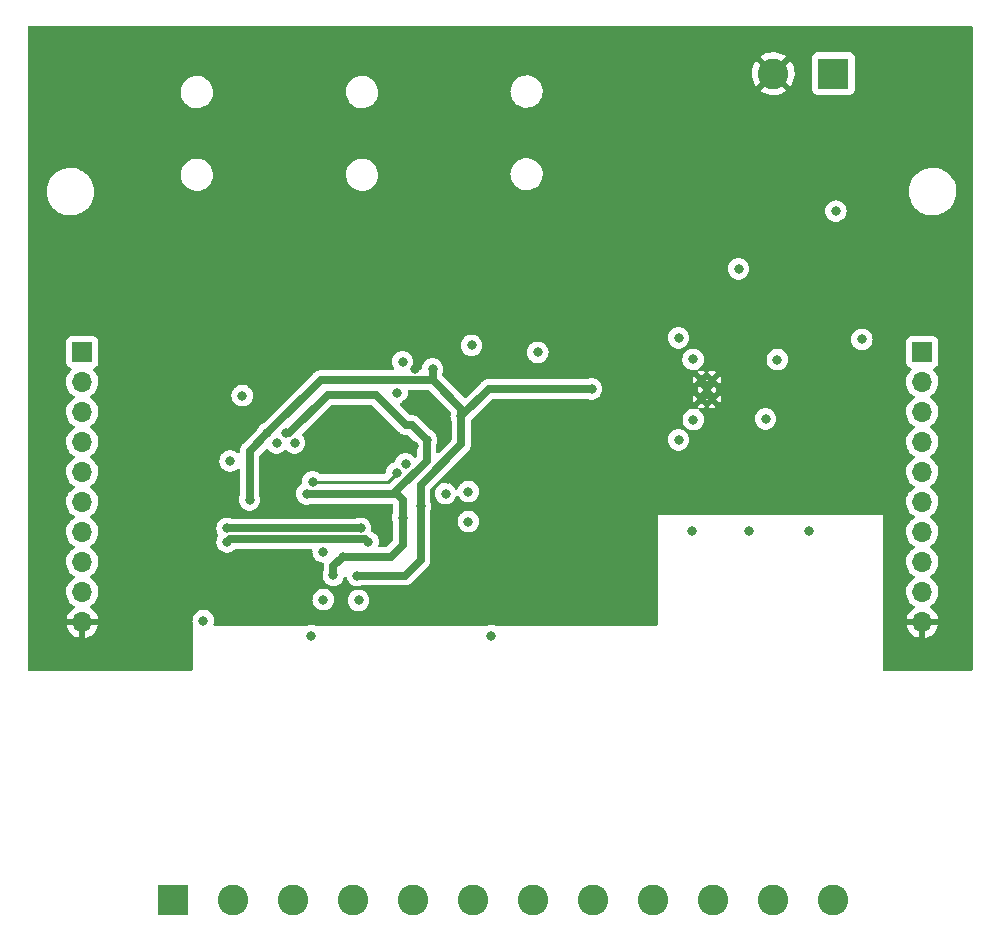
<source format=gbr>
%TF.GenerationSoftware,KiCad,Pcbnew,(6.0.8)*%
%TF.CreationDate,2022-11-04T20:36:36+01:00*%
%TF.ProjectId,Power_Meter,506f7765-725f-44d6-9574-65722e6b6963,rev?*%
%TF.SameCoordinates,Original*%
%TF.FileFunction,Copper,L3,Inr*%
%TF.FilePolarity,Positive*%
%FSLAX46Y46*%
G04 Gerber Fmt 4.6, Leading zero omitted, Abs format (unit mm)*
G04 Created by KiCad (PCBNEW (6.0.8)) date 2022-11-04 20:36:36*
%MOMM*%
%LPD*%
G01*
G04 APERTURE LIST*
%TA.AperFunction,ComponentPad*%
%ADD10R,1.700000X1.700000*%
%TD*%
%TA.AperFunction,ComponentPad*%
%ADD11O,1.700000X1.700000*%
%TD*%
%TA.AperFunction,ComponentPad*%
%ADD12R,2.600000X2.600000*%
%TD*%
%TA.AperFunction,ComponentPad*%
%ADD13C,2.600000*%
%TD*%
%TA.AperFunction,ComponentPad*%
%ADD14C,0.500000*%
%TD*%
%TA.AperFunction,ViaPad*%
%ADD15C,0.800000*%
%TD*%
%TA.AperFunction,Conductor*%
%ADD16C,0.635000*%
%TD*%
%TA.AperFunction,Conductor*%
%ADD17C,0.250000*%
%TD*%
G04 APERTURE END LIST*
D10*
%TO.N,+5V*%
%TO.C,J6*%
X75500000Y-88580000D03*
D11*
%TO.N,Net-(J6-Pad2)*%
X75500000Y-91120000D03*
%TO.N,Net-(J6-Pad3)*%
X75500000Y-93660000D03*
%TO.N,/Current Frontend/I_rms_out*%
X75500000Y-96200000D03*
%TO.N,/Voltage Frontend/V_rms_out*%
X75500000Y-98740000D03*
%TO.N,/Current Frontend/I_phase_out*%
X75500000Y-101280000D03*
%TO.N,/Voltage Frontend/V_phase_out*%
X75500000Y-103820000D03*
%TO.N,unconnected-(J6-Pad8)*%
X75500000Y-106360000D03*
%TO.N,unconnected-(J6-Pad9)*%
X75500000Y-108900000D03*
%TO.N,GND*%
X75500000Y-111440000D03*
%TD*%
D10*
%TO.N,+5V*%
%TO.C,J7*%
X146620000Y-88580000D03*
D11*
%TO.N,+3V3*%
X146620000Y-91120000D03*
%TO.N,-3V3*%
X146620000Y-93660000D03*
%TO.N,unconnected-(J7-Pad4)*%
X146620000Y-96200000D03*
%TO.N,unconnected-(J7-Pad5)*%
X146620000Y-98740000D03*
%TO.N,unconnected-(J7-Pad6)*%
X146620000Y-101280000D03*
%TO.N,unconnected-(J7-Pad7)*%
X146620000Y-103820000D03*
%TO.N,unconnected-(J7-Pad8)*%
X146620000Y-106360000D03*
%TO.N,unconnected-(J7-Pad9)*%
X146620000Y-108900000D03*
%TO.N,GND*%
X146620000Y-111440000D03*
%TD*%
D12*
%TO.N,unconnected-(J4-Pad1)*%
%TO.C,J4*%
X83200000Y-135000000D03*
D13*
%TO.N,L1*%
X88280000Y-135000000D03*
%TO.N,unconnected-(J4-Pad3)*%
X93360000Y-135000000D03*
%TO.N,unconnected-(J4-Pad4)*%
X98440000Y-135000000D03*
%TO.N,L2*%
X103520000Y-135000000D03*
%TO.N,unconnected-(J4-Pad6)*%
X108600000Y-135000000D03*
%TO.N,unconnected-(J4-Pad7)*%
X113680000Y-135000000D03*
%TO.N,L3*%
X118760000Y-135000000D03*
%TO.N,unconnected-(J4-Pad9)*%
X123840000Y-135000000D03*
%TO.N,unconnected-(J4-Pad10)*%
X128920000Y-135000000D03*
%TO.N,N*%
X134000000Y-135000000D03*
%TO.N,unconnected-(J4-Pad12)*%
X139080000Y-135000000D03*
%TD*%
D12*
%TO.N,Net-(J5-Pad1)*%
%TO.C,J5*%
X139085000Y-65000000D03*
D13*
%TO.N,GND*%
X134005000Y-65000000D03*
%TD*%
D14*
%TO.N,GND*%
%TO.C,U8*%
X128377000Y-91756000D03*
X127927000Y-90956000D03*
X127927000Y-92556000D03*
X128827000Y-90956000D03*
X128827000Y-92556000D03*
%TD*%
D15*
%TO.N,GND*%
X91948000Y-101600000D03*
X132568000Y-68261000D03*
X105664000Y-107696000D03*
X139426000Y-79056000D03*
X103594500Y-96524299D03*
X132800500Y-89194500D03*
X97626000Y-84492000D03*
X112268000Y-102362000D03*
X109982000Y-90424000D03*
X89408000Y-106172000D03*
X83647000Y-84155000D03*
X96012000Y-84328000D03*
X135890000Y-91694000D03*
X134346000Y-76516000D03*
X98230634Y-93598842D03*
X129794000Y-88900000D03*
X109728000Y-83820000D03*
X106426000Y-99314000D03*
X98284634Y-95163295D03*
X129286000Y-94234000D03*
X135362000Y-68261000D03*
X112268000Y-90170000D03*
X103632000Y-90015000D03*
X133965000Y-68261000D03*
X129413000Y-83693000D03*
X138430000Y-95250000D03*
X112776000Y-97028000D03*
X139172000Y-83628000D03*
X98229215Y-96751650D03*
X102870000Y-92964000D03*
X89774799Y-108062799D03*
X125741874Y-89938301D03*
X91857906Y-100341287D03*
X114483200Y-95007200D03*
X82296000Y-83820000D03*
X84201000Y-91440000D03*
X139954000Y-97282000D03*
X111252000Y-83820000D03*
X129540000Y-97790000D03*
X84201000Y-92935500D03*
X140442000Y-71944000D03*
X136759000Y-80072000D03*
X105664000Y-108966000D03*
%TO.N,Net-(C4-Pad2)*%
X93472000Y-96266000D03*
%TO.N,Net-(C5-Pad2)*%
X91948000Y-96266000D03*
%TO.N,Net-(C6-Pad2)*%
X89042000Y-92277000D03*
%TO.N,+3V3*%
X92787072Y-95441783D03*
X108458000Y-88010100D03*
X96754256Y-107471887D03*
X141500000Y-87500000D03*
X125984000Y-87376000D03*
X114061073Y-88608318D03*
X94488000Y-100584000D03*
X106252414Y-100567186D03*
X127212500Y-89194500D03*
X102616000Y-102616000D03*
X104648000Y-96012000D03*
X97536000Y-105918000D03*
%TO.N,-3V3*%
X104140000Y-101600000D03*
X107585277Y-94021279D03*
X89662000Y-101092000D03*
X98786000Y-107504000D03*
X118618000Y-91694000D03*
X125984000Y-96012000D03*
X105156000Y-90005500D03*
X91168276Y-95461728D03*
X127234000Y-94296000D03*
%TO.N,Net-(D4-Pad1)*%
X85740000Y-111327000D03*
X137048000Y-103707000D03*
%TO.N,Net-(D5-Pad1)*%
X131968000Y-103707000D03*
X94884000Y-112597000D03*
%TO.N,Net-(D6-Pad1)*%
X110124000Y-112597000D03*
X127142000Y-103707000D03*
%TO.N,Net-(R46-Pad2)*%
X95900000Y-105485000D03*
%TO.N,Net-(R47-Pad2)*%
X95900000Y-109549000D03*
%TO.N,Net-(R48-Pad2)*%
X98892549Y-109613049D03*
%TO.N,Net-(C31-Pad1)*%
X139299000Y-76643000D03*
%TO.N,Net-(C7-Pad1)*%
X94996000Y-99568000D03*
X102108000Y-98806000D03*
%TO.N,Net-(C8-Pad1)*%
X108184000Y-100392000D03*
X108184000Y-102932000D03*
%TO.N,/Current Frontend/I_rms_out*%
X88011000Y-97790000D03*
%TO.N,Net-(U3-Pad3)*%
X102870000Y-98044000D03*
%TO.N,Net-(U3-Pad13)*%
X102175800Y-92015800D03*
%TO.N,/Voltage Frontend/V_phase_out*%
X99695000Y-104648000D03*
X87757000Y-104648000D03*
%TO.N,/Current Frontend/I_phase_out*%
X99060000Y-103505000D03*
X87757000Y-103505000D03*
X102616000Y-89408000D03*
%TO.N,+5V*%
X131064000Y-81534000D03*
%TO.N,Net-(C24-Pad1)*%
X134346000Y-89216000D03*
%TO.N,Net-(C25-Pad1)*%
X133350000Y-94234000D03*
%TD*%
D16*
%TO.N,+3V3*%
X96754256Y-107471887D02*
X96754256Y-106699744D01*
X96266000Y-92202000D02*
X93026217Y-95441783D01*
X101600000Y-105918000D02*
X102616000Y-104902000D01*
X104648000Y-97790000D02*
X101981000Y-100457000D01*
X104648000Y-96012000D02*
X103378000Y-94742000D01*
X102616000Y-101092000D02*
X102235000Y-100711000D01*
X94488000Y-100584000D02*
X102108000Y-100584000D01*
X102616000Y-104902000D02*
X102616000Y-101092000D01*
X102108000Y-100584000D02*
X102235000Y-100711000D01*
X93026217Y-95441783D02*
X92787072Y-95441783D01*
X97536000Y-105918000D02*
X101600000Y-105918000D01*
X103378000Y-94742000D02*
X102870000Y-94742000D01*
X100330000Y-92202000D02*
X96266000Y-92202000D01*
X102870000Y-94742000D02*
X100330000Y-92202000D01*
X96754256Y-106699744D02*
X97536000Y-105918000D01*
X104648000Y-96012000D02*
X104648000Y-97790000D01*
X102235000Y-100711000D02*
X101981000Y-100457000D01*
%TO.N,-3V3*%
X91168276Y-95461728D02*
X89662000Y-96968004D01*
X104140000Y-106172000D02*
X104140000Y-101600000D01*
X107585277Y-94021279D02*
X107585277Y-93361277D01*
X118618000Y-91694000D02*
X109912556Y-91694000D01*
X107585277Y-94021279D02*
X107585277Y-96376723D01*
X102808000Y-107504000D02*
X104140000Y-106172000D01*
X89662000Y-96968004D02*
X89662000Y-101092000D01*
X105156000Y-90932000D02*
X105156000Y-90005500D01*
X107585277Y-93361277D02*
X105156000Y-90932000D01*
X98786000Y-107504000D02*
X102808000Y-107504000D01*
X104140000Y-99822000D02*
X104140000Y-101600000D01*
X95698004Y-90932000D02*
X105156000Y-90932000D01*
X109912556Y-91694000D02*
X107585277Y-94021279D01*
X107585277Y-96376723D02*
X104140000Y-99822000D01*
X91168276Y-95461728D02*
X95698004Y-90932000D01*
D17*
%TO.N,Net-(C7-Pad1)*%
X101346000Y-99568000D02*
X102108000Y-98806000D01*
X94996000Y-99568000D02*
X101346000Y-99568000D01*
D16*
%TO.N,/Voltage Frontend/V_phase_out*%
X87757000Y-104648000D02*
X87982500Y-104422500D01*
X99469500Y-104422500D02*
X99695000Y-104648000D01*
X87982500Y-104422500D02*
X99469500Y-104422500D01*
%TO.N,/Current Frontend/I_phase_out*%
X87757000Y-103505000D02*
X99060000Y-103505000D01*
%TD*%
%TA.AperFunction,Conductor*%
%TO.N,GND*%
G36*
X150818121Y-60980002D02*
G01*
X150864614Y-61033658D01*
X150876000Y-61086000D01*
X150876000Y-115444000D01*
X150855998Y-115512121D01*
X150802342Y-115558614D01*
X150750000Y-115570000D01*
X143382000Y-115570000D01*
X143313879Y-115549998D01*
X143267386Y-115496342D01*
X143256000Y-115444000D01*
X143256000Y-111707966D01*
X145288257Y-111707966D01*
X145318565Y-111842446D01*
X145321645Y-111852275D01*
X145401770Y-112049603D01*
X145406413Y-112058794D01*
X145517694Y-112240388D01*
X145523777Y-112248699D01*
X145663213Y-112409667D01*
X145670580Y-112416883D01*
X145834434Y-112552916D01*
X145842881Y-112558831D01*
X146026756Y-112666279D01*
X146036042Y-112670729D01*
X146235001Y-112746703D01*
X146244899Y-112749579D01*
X146348250Y-112770606D01*
X146362299Y-112769410D01*
X146366000Y-112759065D01*
X146366000Y-112758517D01*
X146874000Y-112758517D01*
X146878064Y-112772359D01*
X146891478Y-112774393D01*
X146898184Y-112773534D01*
X146908262Y-112771392D01*
X147112255Y-112710191D01*
X147121842Y-112706433D01*
X147313095Y-112612739D01*
X147321945Y-112607464D01*
X147495328Y-112483792D01*
X147503200Y-112477139D01*
X147654052Y-112326812D01*
X147660730Y-112318965D01*
X147785003Y-112146020D01*
X147790313Y-112137183D01*
X147884670Y-111946267D01*
X147888469Y-111936672D01*
X147950377Y-111732910D01*
X147952555Y-111722837D01*
X147953986Y-111711962D01*
X147951775Y-111697778D01*
X147938617Y-111694000D01*
X146892115Y-111694000D01*
X146876876Y-111698475D01*
X146875671Y-111699865D01*
X146874000Y-111707548D01*
X146874000Y-112758517D01*
X146366000Y-112758517D01*
X146366000Y-111712115D01*
X146361525Y-111696876D01*
X146360135Y-111695671D01*
X146352452Y-111694000D01*
X145303225Y-111694000D01*
X145289694Y-111697973D01*
X145288257Y-111707966D01*
X143256000Y-111707966D01*
X143256000Y-108866695D01*
X145257251Y-108866695D01*
X145257548Y-108871848D01*
X145257548Y-108871851D01*
X145263011Y-108966590D01*
X145270110Y-109089715D01*
X145271247Y-109094761D01*
X145271248Y-109094767D01*
X145288591Y-109171721D01*
X145319222Y-109307639D01*
X145403266Y-109514616D01*
X145454019Y-109597438D01*
X145517261Y-109700639D01*
X145519987Y-109705088D01*
X145666250Y-109873938D01*
X145838126Y-110016632D01*
X145867554Y-110033828D01*
X145911955Y-110059774D01*
X145960679Y-110111412D01*
X145973750Y-110181195D01*
X145947019Y-110246967D01*
X145906562Y-110280327D01*
X145898457Y-110284546D01*
X145889738Y-110290036D01*
X145719433Y-110417905D01*
X145711726Y-110424748D01*
X145564590Y-110578717D01*
X145558104Y-110586727D01*
X145438098Y-110762649D01*
X145433000Y-110771623D01*
X145343338Y-110964783D01*
X145339775Y-110974470D01*
X145284389Y-111174183D01*
X145285912Y-111182607D01*
X145298292Y-111186000D01*
X147938344Y-111186000D01*
X147951875Y-111182027D01*
X147953180Y-111172947D01*
X147911214Y-111005875D01*
X147907894Y-110996124D01*
X147822972Y-110800814D01*
X147818105Y-110791739D01*
X147702426Y-110612926D01*
X147696136Y-110604757D01*
X147552806Y-110447240D01*
X147545273Y-110440215D01*
X147378139Y-110308222D01*
X147369556Y-110302520D01*
X147332602Y-110282120D01*
X147282631Y-110231687D01*
X147267859Y-110162245D01*
X147292975Y-110095839D01*
X147320327Y-110069232D01*
X147369962Y-110033828D01*
X147499860Y-109941173D01*
X147658096Y-109783489D01*
X147717594Y-109700689D01*
X147785435Y-109606277D01*
X147788453Y-109602077D01*
X147804052Y-109570516D01*
X147885136Y-109406453D01*
X147885137Y-109406451D01*
X147887430Y-109401811D01*
X147934229Y-109247778D01*
X147950865Y-109193023D01*
X147950865Y-109193021D01*
X147952370Y-109188069D01*
X147981529Y-108966590D01*
X147983156Y-108900000D01*
X147964852Y-108677361D01*
X147910431Y-108460702D01*
X147821354Y-108255840D01*
X147700014Y-108068277D01*
X147549670Y-107903051D01*
X147545619Y-107899852D01*
X147545615Y-107899848D01*
X147378414Y-107767800D01*
X147378410Y-107767798D01*
X147374359Y-107764598D01*
X147333053Y-107741796D01*
X147283084Y-107691364D01*
X147268312Y-107621921D01*
X147293428Y-107555516D01*
X147320780Y-107528909D01*
X147364603Y-107497650D01*
X147499860Y-107401173D01*
X147658096Y-107243489D01*
X147717594Y-107160689D01*
X147785435Y-107066277D01*
X147788453Y-107062077D01*
X147793311Y-107052249D01*
X147885136Y-106866453D01*
X147885137Y-106866451D01*
X147887430Y-106861811D01*
X147941771Y-106682955D01*
X147950865Y-106653023D01*
X147950865Y-106653021D01*
X147952370Y-106648069D01*
X147981529Y-106426590D01*
X147981865Y-106412846D01*
X147983074Y-106363365D01*
X147983074Y-106363361D01*
X147983156Y-106360000D01*
X147964852Y-106137361D01*
X147910431Y-105920702D01*
X147821354Y-105715840D01*
X147781906Y-105654862D01*
X147702822Y-105532617D01*
X147702820Y-105532614D01*
X147700014Y-105528277D01*
X147549670Y-105363051D01*
X147545619Y-105359852D01*
X147545615Y-105359848D01*
X147378414Y-105227800D01*
X147378410Y-105227798D01*
X147374359Y-105224598D01*
X147333053Y-105201796D01*
X147283084Y-105151364D01*
X147268312Y-105081921D01*
X147293428Y-105015516D01*
X147320780Y-104988909D01*
X147378037Y-104948068D01*
X147499860Y-104861173D01*
X147516887Y-104844206D01*
X147654435Y-104707137D01*
X147658096Y-104703489D01*
X147717594Y-104620689D01*
X147785435Y-104526277D01*
X147788453Y-104522077D01*
X147795575Y-104507668D01*
X147885136Y-104326453D01*
X147885137Y-104326451D01*
X147887430Y-104321811D01*
X147952370Y-104108069D01*
X147981529Y-103886590D01*
X147983156Y-103820000D01*
X147964852Y-103597361D01*
X147910431Y-103380702D01*
X147821354Y-103175840D01*
X147700014Y-102988277D01*
X147549670Y-102823051D01*
X147545619Y-102819852D01*
X147545615Y-102819848D01*
X147378414Y-102687800D01*
X147378410Y-102687798D01*
X147374359Y-102684598D01*
X147333053Y-102661796D01*
X147283084Y-102611364D01*
X147268312Y-102541921D01*
X147293428Y-102475516D01*
X147320780Y-102448909D01*
X147388263Y-102400774D01*
X147499860Y-102321173D01*
X147658096Y-102163489D01*
X147717594Y-102080689D01*
X147785435Y-101986277D01*
X147788453Y-101982077D01*
X147793522Y-101971822D01*
X147885136Y-101786453D01*
X147885137Y-101786451D01*
X147887430Y-101781811D01*
X147952370Y-101568069D01*
X147981529Y-101346590D01*
X147983156Y-101280000D01*
X147964852Y-101057361D01*
X147910431Y-100840702D01*
X147821354Y-100635840D01*
X147744061Y-100516363D01*
X147702822Y-100452617D01*
X147702820Y-100452614D01*
X147700014Y-100448277D01*
X147549670Y-100283051D01*
X147545619Y-100279852D01*
X147545615Y-100279848D01*
X147378414Y-100147800D01*
X147378410Y-100147798D01*
X147374359Y-100144598D01*
X147333053Y-100121796D01*
X147283084Y-100071364D01*
X147268312Y-100001921D01*
X147293428Y-99935516D01*
X147320780Y-99908909D01*
X147388263Y-99860774D01*
X147499860Y-99781173D01*
X147507678Y-99773383D01*
X147654435Y-99627137D01*
X147658096Y-99623489D01*
X147717594Y-99540689D01*
X147785435Y-99446277D01*
X147788453Y-99442077D01*
X147816843Y-99384635D01*
X147885136Y-99246453D01*
X147885137Y-99246451D01*
X147887430Y-99241811D01*
X147952370Y-99028069D01*
X147981529Y-98806590D01*
X147982255Y-98776882D01*
X147983074Y-98743365D01*
X147983074Y-98743361D01*
X147983156Y-98740000D01*
X147964852Y-98517361D01*
X147910431Y-98300702D01*
X147821354Y-98095840D01*
X147718729Y-97937206D01*
X147702822Y-97912617D01*
X147702820Y-97912614D01*
X147700014Y-97908277D01*
X147549670Y-97743051D01*
X147545619Y-97739852D01*
X147545615Y-97739848D01*
X147378414Y-97607800D01*
X147378410Y-97607798D01*
X147374359Y-97604598D01*
X147333053Y-97581796D01*
X147283084Y-97531364D01*
X147268312Y-97461921D01*
X147293428Y-97395516D01*
X147320780Y-97368909D01*
X147364603Y-97337650D01*
X147499860Y-97241173D01*
X147658096Y-97083489D01*
X147677046Y-97057118D01*
X147785435Y-96906277D01*
X147788453Y-96902077D01*
X147795570Y-96887678D01*
X147885136Y-96706453D01*
X147885137Y-96706451D01*
X147887430Y-96701811D01*
X147933875Y-96548944D01*
X147950865Y-96493023D01*
X147950865Y-96493021D01*
X147952370Y-96488069D01*
X147981529Y-96266590D01*
X147983156Y-96200000D01*
X147964852Y-95977361D01*
X147910431Y-95760702D01*
X147821354Y-95555840D01*
X147772792Y-95480774D01*
X147702822Y-95372617D01*
X147702820Y-95372614D01*
X147700014Y-95368277D01*
X147549670Y-95203051D01*
X147545619Y-95199852D01*
X147545615Y-95199848D01*
X147378414Y-95067800D01*
X147378410Y-95067798D01*
X147374359Y-95064598D01*
X147333053Y-95041796D01*
X147283084Y-94991364D01*
X147268312Y-94921921D01*
X147293428Y-94855516D01*
X147320780Y-94828909D01*
X147364603Y-94797650D01*
X147499860Y-94701173D01*
X147526636Y-94674491D01*
X147654435Y-94547137D01*
X147658096Y-94543489D01*
X147717594Y-94460689D01*
X147785435Y-94366277D01*
X147788453Y-94362077D01*
X147817866Y-94302565D01*
X147885136Y-94166453D01*
X147885137Y-94166451D01*
X147887430Y-94161811D01*
X147925442Y-94036698D01*
X147950865Y-93953023D01*
X147950865Y-93953021D01*
X147952370Y-93948069D01*
X147981529Y-93726590D01*
X147983156Y-93660000D01*
X147964852Y-93437361D01*
X147910431Y-93220702D01*
X147821354Y-93015840D01*
X147760882Y-92922365D01*
X147702822Y-92832617D01*
X147702820Y-92832614D01*
X147700014Y-92828277D01*
X147549670Y-92663051D01*
X147545619Y-92659852D01*
X147545615Y-92659848D01*
X147378414Y-92527800D01*
X147378410Y-92527798D01*
X147374359Y-92524598D01*
X147333053Y-92501796D01*
X147283084Y-92451364D01*
X147268312Y-92381921D01*
X147293428Y-92315516D01*
X147320780Y-92288909D01*
X147364603Y-92257650D01*
X147499860Y-92161173D01*
X147658096Y-92003489D01*
X147717594Y-91920689D01*
X147785435Y-91826277D01*
X147788453Y-91822077D01*
X147816376Y-91765580D01*
X147885136Y-91626453D01*
X147885137Y-91626451D01*
X147887430Y-91621811D01*
X147952370Y-91408069D01*
X147981529Y-91186590D01*
X147982371Y-91152148D01*
X147983074Y-91123365D01*
X147983074Y-91123361D01*
X147983156Y-91120000D01*
X147964852Y-90897361D01*
X147910431Y-90680702D01*
X147821354Y-90475840D01*
X147700014Y-90288277D01*
X147694900Y-90282657D01*
X147552798Y-90126488D01*
X147521746Y-90062642D01*
X147530141Y-89992143D01*
X147575317Y-89937375D01*
X147601761Y-89923706D01*
X147708297Y-89883767D01*
X147716705Y-89880615D01*
X147833261Y-89793261D01*
X147920615Y-89676705D01*
X147971745Y-89540316D01*
X147978500Y-89478134D01*
X147978500Y-87681866D01*
X147971745Y-87619684D01*
X147920615Y-87483295D01*
X147833261Y-87366739D01*
X147716705Y-87279385D01*
X147580316Y-87228255D01*
X147518134Y-87221500D01*
X145721866Y-87221500D01*
X145659684Y-87228255D01*
X145523295Y-87279385D01*
X145406739Y-87366739D01*
X145319385Y-87483295D01*
X145268255Y-87619684D01*
X145261500Y-87681866D01*
X145261500Y-89478134D01*
X145268255Y-89540316D01*
X145319385Y-89676705D01*
X145406739Y-89793261D01*
X145523295Y-89880615D01*
X145531704Y-89883767D01*
X145531705Y-89883768D01*
X145640451Y-89924535D01*
X145697216Y-89967176D01*
X145721916Y-90033738D01*
X145706709Y-90103087D01*
X145687316Y-90129568D01*
X145609500Y-90210998D01*
X145560629Y-90262138D01*
X145557715Y-90266410D01*
X145557714Y-90266411D01*
X145542798Y-90288277D01*
X145434743Y-90446680D01*
X145419003Y-90480590D01*
X145348041Y-90633465D01*
X145340688Y-90649305D01*
X145280989Y-90864570D01*
X145257251Y-91086695D01*
X145257548Y-91091848D01*
X145257548Y-91091851D01*
X145268499Y-91281772D01*
X145270110Y-91309715D01*
X145271247Y-91314761D01*
X145271248Y-91314767D01*
X145274395Y-91328729D01*
X145319222Y-91527639D01*
X145365470Y-91641535D01*
X145397917Y-91721442D01*
X145403266Y-91734616D01*
X145429853Y-91778002D01*
X145511801Y-91911729D01*
X145519987Y-91925088D01*
X145666250Y-92093938D01*
X145838126Y-92236632D01*
X145895973Y-92270435D01*
X145911445Y-92279476D01*
X145960169Y-92331114D01*
X145973240Y-92400897D01*
X145946509Y-92466669D01*
X145906055Y-92500027D01*
X145893607Y-92506507D01*
X145889474Y-92509610D01*
X145889471Y-92509612D01*
X145816812Y-92564166D01*
X145714965Y-92640635D01*
X145560629Y-92802138D01*
X145434743Y-92986680D01*
X145340688Y-93189305D01*
X145280989Y-93404570D01*
X145257251Y-93626695D01*
X145257548Y-93631848D01*
X145257548Y-93631851D01*
X145263011Y-93726590D01*
X145270110Y-93849715D01*
X145271247Y-93854761D01*
X145271248Y-93854767D01*
X145291119Y-93942939D01*
X145319222Y-94067639D01*
X145403266Y-94274616D01*
X145519987Y-94465088D01*
X145666250Y-94633938D01*
X145838126Y-94776632D01*
X145857192Y-94787773D01*
X145911445Y-94819476D01*
X145960169Y-94871114D01*
X145973240Y-94940897D01*
X145946509Y-95006669D01*
X145906055Y-95040027D01*
X145893607Y-95046507D01*
X145889474Y-95049610D01*
X145889471Y-95049612D01*
X145733932Y-95166394D01*
X145714965Y-95180635D01*
X145560629Y-95342138D01*
X145434743Y-95526680D01*
X145398433Y-95604904D01*
X145373800Y-95657972D01*
X145340688Y-95729305D01*
X145280989Y-95944570D01*
X145257251Y-96166695D01*
X145257548Y-96171848D01*
X145257548Y-96171851D01*
X145264856Y-96298586D01*
X145270110Y-96389715D01*
X145271247Y-96394761D01*
X145271248Y-96394767D01*
X145286422Y-96462097D01*
X145319222Y-96607639D01*
X145357461Y-96701811D01*
X145398527Y-96802944D01*
X145403266Y-96814616D01*
X145405965Y-96819020D01*
X145514539Y-96996197D01*
X145519987Y-97005088D01*
X145666250Y-97173938D01*
X145838126Y-97316632D01*
X145908595Y-97357811D01*
X145911445Y-97359476D01*
X145960169Y-97411114D01*
X145973240Y-97480897D01*
X145946509Y-97546669D01*
X145906055Y-97580027D01*
X145893607Y-97586507D01*
X145889474Y-97589610D01*
X145889471Y-97589612D01*
X145719100Y-97717530D01*
X145714965Y-97720635D01*
X145711393Y-97724373D01*
X145587450Y-97854072D01*
X145560629Y-97882138D01*
X145557715Y-97886410D01*
X145557714Y-97886411D01*
X145498398Y-97973365D01*
X145434743Y-98066680D01*
X145419003Y-98100590D01*
X145343082Y-98264148D01*
X145340688Y-98269305D01*
X145280989Y-98484570D01*
X145257251Y-98706695D01*
X145257548Y-98711848D01*
X145257548Y-98711851D01*
X145267770Y-98889134D01*
X145270110Y-98929715D01*
X145271247Y-98934761D01*
X145271248Y-98934767D01*
X145293392Y-99033023D01*
X145319222Y-99147639D01*
X145403266Y-99354616D01*
X145405965Y-99359020D01*
X145506578Y-99523206D01*
X145519987Y-99545088D01*
X145666250Y-99713938D01*
X145838126Y-99856632D01*
X145885709Y-99884437D01*
X145911445Y-99899476D01*
X145960169Y-99951114D01*
X145973240Y-100020897D01*
X145946509Y-100086669D01*
X145906055Y-100120027D01*
X145893607Y-100126507D01*
X145889474Y-100129610D01*
X145889471Y-100129612D01*
X145741642Y-100240605D01*
X145714965Y-100260635D01*
X145711393Y-100264373D01*
X145587450Y-100394072D01*
X145560629Y-100422138D01*
X145557715Y-100426410D01*
X145557714Y-100426411D01*
X145535306Y-100459260D01*
X145434743Y-100606680D01*
X145402470Y-100676207D01*
X145367961Y-100750551D01*
X145340688Y-100809305D01*
X145280989Y-101024570D01*
X145257251Y-101246695D01*
X145257548Y-101251848D01*
X145257548Y-101251851D01*
X145263011Y-101346590D01*
X145270110Y-101469715D01*
X145271247Y-101474761D01*
X145271248Y-101474767D01*
X145285048Y-101536000D01*
X145319222Y-101687639D01*
X145403266Y-101894616D01*
X145405965Y-101899020D01*
X145506578Y-102063206D01*
X145519987Y-102085088D01*
X145666250Y-102253938D01*
X145838126Y-102396632D01*
X145877763Y-102419794D01*
X145911445Y-102439476D01*
X145960169Y-102491114D01*
X145973240Y-102560897D01*
X145946509Y-102626669D01*
X145906055Y-102660027D01*
X145893607Y-102666507D01*
X145889474Y-102669610D01*
X145889471Y-102669612D01*
X145719100Y-102797530D01*
X145714965Y-102800635D01*
X145696605Y-102819848D01*
X145589430Y-102932000D01*
X145560629Y-102962138D01*
X145557715Y-102966410D01*
X145557714Y-102966411D01*
X145542798Y-102988277D01*
X145434743Y-103146680D01*
X145419003Y-103180590D01*
X145359493Y-103308794D01*
X145340688Y-103349305D01*
X145280989Y-103564570D01*
X145257251Y-103786695D01*
X145257548Y-103791848D01*
X145257548Y-103791851D01*
X145263011Y-103886590D01*
X145270110Y-104009715D01*
X145271247Y-104014761D01*
X145271248Y-104014767D01*
X145293392Y-104113023D01*
X145319222Y-104227639D01*
X145403266Y-104434616D01*
X145442180Y-104498118D01*
X145517261Y-104620639D01*
X145519987Y-104625088D01*
X145666250Y-104793938D01*
X145838126Y-104936632D01*
X145867554Y-104953828D01*
X145911445Y-104979476D01*
X145960169Y-105031114D01*
X145973240Y-105100897D01*
X145946509Y-105166669D01*
X145906055Y-105200027D01*
X145893607Y-105206507D01*
X145889474Y-105209610D01*
X145889471Y-105209612D01*
X145725865Y-105332451D01*
X145714965Y-105340635D01*
X145711393Y-105344373D01*
X145618287Y-105441803D01*
X145560629Y-105502138D01*
X145434743Y-105686680D01*
X145419003Y-105720590D01*
X145351152Y-105866763D01*
X145340688Y-105889305D01*
X145280989Y-106104570D01*
X145257251Y-106326695D01*
X145257548Y-106331848D01*
X145257548Y-106331851D01*
X145265046Y-106461882D01*
X145270110Y-106549715D01*
X145271247Y-106554761D01*
X145271248Y-106554767D01*
X145284286Y-106612619D01*
X145319222Y-106767639D01*
X145403266Y-106974616D01*
X145405965Y-106979020D01*
X145471254Y-107085562D01*
X145519987Y-107165088D01*
X145666250Y-107333938D01*
X145838126Y-107476632D01*
X145884961Y-107504000D01*
X145911445Y-107519476D01*
X145960169Y-107571114D01*
X145973240Y-107640897D01*
X145946509Y-107706669D01*
X145906055Y-107740027D01*
X145893607Y-107746507D01*
X145889474Y-107749610D01*
X145889471Y-107749612D01*
X145719100Y-107877530D01*
X145714965Y-107880635D01*
X145711393Y-107884373D01*
X145570307Y-108032011D01*
X145560629Y-108042138D01*
X145434743Y-108226680D01*
X145393519Y-108315489D01*
X145348489Y-108412500D01*
X145340688Y-108429305D01*
X145280989Y-108644570D01*
X145257251Y-108866695D01*
X143256000Y-108866695D01*
X143256000Y-102362000D01*
X124206000Y-102362000D01*
X124206000Y-111634000D01*
X124185998Y-111702121D01*
X124132342Y-111748614D01*
X124080000Y-111760000D01*
X110504482Y-111760000D01*
X110453234Y-111749107D01*
X110412323Y-111730892D01*
X110412315Y-111730889D01*
X110406288Y-111728206D01*
X110309100Y-111707548D01*
X110225944Y-111689872D01*
X110225939Y-111689872D01*
X110219487Y-111688500D01*
X110028513Y-111688500D01*
X110022061Y-111689872D01*
X110022056Y-111689872D01*
X109938900Y-111707548D01*
X109841712Y-111728206D01*
X109835685Y-111730889D01*
X109835677Y-111730892D01*
X109794766Y-111749107D01*
X109743518Y-111760000D01*
X95264482Y-111760000D01*
X95213234Y-111749107D01*
X95172323Y-111730892D01*
X95172315Y-111730889D01*
X95166288Y-111728206D01*
X95069100Y-111707548D01*
X94985944Y-111689872D01*
X94985939Y-111689872D01*
X94979487Y-111688500D01*
X94788513Y-111688500D01*
X94782061Y-111689872D01*
X94782056Y-111689872D01*
X94698900Y-111707548D01*
X94601712Y-111728206D01*
X94595685Y-111730889D01*
X94595677Y-111730892D01*
X94554766Y-111749107D01*
X94503518Y-111760000D01*
X86727987Y-111760000D01*
X86659866Y-111739998D01*
X86613373Y-111686342D01*
X86603269Y-111616068D01*
X86608154Y-111595064D01*
X86631502Y-111523206D01*
X86631503Y-111523203D01*
X86633542Y-111516928D01*
X86653504Y-111327000D01*
X86646822Y-111263427D01*
X86634232Y-111143635D01*
X86634232Y-111143633D01*
X86633542Y-111137072D01*
X86574527Y-110955444D01*
X86479040Y-110790056D01*
X86461390Y-110770453D01*
X86355675Y-110653045D01*
X86355674Y-110653044D01*
X86351253Y-110648134D01*
X86196752Y-110535882D01*
X86190724Y-110533198D01*
X86190722Y-110533197D01*
X86028319Y-110460891D01*
X86028318Y-110460891D01*
X86022288Y-110458206D01*
X85928887Y-110438353D01*
X85841944Y-110419872D01*
X85841939Y-110419872D01*
X85835487Y-110418500D01*
X85644513Y-110418500D01*
X85638061Y-110419872D01*
X85638056Y-110419872D01*
X85551113Y-110438353D01*
X85457712Y-110458206D01*
X85451682Y-110460891D01*
X85451681Y-110460891D01*
X85289278Y-110533197D01*
X85289276Y-110533198D01*
X85283248Y-110535882D01*
X85128747Y-110648134D01*
X85124326Y-110653044D01*
X85124325Y-110653045D01*
X85018611Y-110770453D01*
X85000960Y-110790056D01*
X84905473Y-110955444D01*
X84846458Y-111137072D01*
X84845768Y-111143633D01*
X84845768Y-111143635D01*
X84833178Y-111263427D01*
X84826496Y-111327000D01*
X84846458Y-111516928D01*
X84880900Y-111622929D01*
X84882928Y-111693895D01*
X84856291Y-111744377D01*
X84842753Y-111760000D01*
X84836000Y-111760000D01*
X84836000Y-115444000D01*
X84815998Y-115512121D01*
X84762342Y-115558614D01*
X84710000Y-115570000D01*
X70992000Y-115570000D01*
X70923879Y-115549998D01*
X70877386Y-115496342D01*
X70866000Y-115444000D01*
X70866000Y-111707966D01*
X74168257Y-111707966D01*
X74198565Y-111842446D01*
X74201645Y-111852275D01*
X74281770Y-112049603D01*
X74286413Y-112058794D01*
X74397694Y-112240388D01*
X74403777Y-112248699D01*
X74543213Y-112409667D01*
X74550580Y-112416883D01*
X74714434Y-112552916D01*
X74722881Y-112558831D01*
X74906756Y-112666279D01*
X74916042Y-112670729D01*
X75115001Y-112746703D01*
X75124899Y-112749579D01*
X75228250Y-112770606D01*
X75242299Y-112769410D01*
X75246000Y-112759065D01*
X75246000Y-112758517D01*
X75754000Y-112758517D01*
X75758064Y-112772359D01*
X75771478Y-112774393D01*
X75778184Y-112773534D01*
X75788262Y-112771392D01*
X75992255Y-112710191D01*
X76001842Y-112706433D01*
X76193095Y-112612739D01*
X76201945Y-112607464D01*
X76375328Y-112483792D01*
X76383200Y-112477139D01*
X76534052Y-112326812D01*
X76540730Y-112318965D01*
X76665003Y-112146020D01*
X76670313Y-112137183D01*
X76764670Y-111946267D01*
X76768469Y-111936672D01*
X76830377Y-111732910D01*
X76832555Y-111722837D01*
X76833986Y-111711962D01*
X76831775Y-111697778D01*
X76818617Y-111694000D01*
X75772115Y-111694000D01*
X75756876Y-111698475D01*
X75755671Y-111699865D01*
X75754000Y-111707548D01*
X75754000Y-112758517D01*
X75246000Y-112758517D01*
X75246000Y-111712115D01*
X75241525Y-111696876D01*
X75240135Y-111695671D01*
X75232452Y-111694000D01*
X74183225Y-111694000D01*
X74169694Y-111697973D01*
X74168257Y-111707966D01*
X70866000Y-111707966D01*
X70866000Y-108866695D01*
X74137251Y-108866695D01*
X74137548Y-108871848D01*
X74137548Y-108871851D01*
X74143011Y-108966590D01*
X74150110Y-109089715D01*
X74151247Y-109094761D01*
X74151248Y-109094767D01*
X74168591Y-109171721D01*
X74199222Y-109307639D01*
X74283266Y-109514616D01*
X74334019Y-109597438D01*
X74397261Y-109700639D01*
X74399987Y-109705088D01*
X74546250Y-109873938D01*
X74718126Y-110016632D01*
X74747554Y-110033828D01*
X74791955Y-110059774D01*
X74840679Y-110111412D01*
X74853750Y-110181195D01*
X74827019Y-110246967D01*
X74786562Y-110280327D01*
X74778457Y-110284546D01*
X74769738Y-110290036D01*
X74599433Y-110417905D01*
X74591726Y-110424748D01*
X74444590Y-110578717D01*
X74438104Y-110586727D01*
X74318098Y-110762649D01*
X74313000Y-110771623D01*
X74223338Y-110964783D01*
X74219775Y-110974470D01*
X74164389Y-111174183D01*
X74165912Y-111182607D01*
X74178292Y-111186000D01*
X76818344Y-111186000D01*
X76831875Y-111182027D01*
X76833180Y-111172947D01*
X76791214Y-111005875D01*
X76787894Y-110996124D01*
X76702972Y-110800814D01*
X76698105Y-110791739D01*
X76582426Y-110612926D01*
X76576136Y-110604757D01*
X76432806Y-110447240D01*
X76425273Y-110440215D01*
X76258139Y-110308222D01*
X76249556Y-110302520D01*
X76212602Y-110282120D01*
X76162631Y-110231687D01*
X76147859Y-110162245D01*
X76172975Y-110095839D01*
X76200327Y-110069232D01*
X76249962Y-110033828D01*
X76379860Y-109941173D01*
X76538096Y-109783489D01*
X76597594Y-109700689D01*
X76665435Y-109606277D01*
X76668453Y-109602077D01*
X76684052Y-109570516D01*
X76694686Y-109549000D01*
X94986496Y-109549000D01*
X94987186Y-109555565D01*
X95003275Y-109708639D01*
X95006458Y-109738928D01*
X95065473Y-109920556D01*
X95160960Y-110085944D01*
X95165378Y-110090851D01*
X95165379Y-110090852D01*
X95284325Y-110222955D01*
X95288747Y-110227866D01*
X95443248Y-110340118D01*
X95449276Y-110342802D01*
X95449278Y-110342803D01*
X95605711Y-110412451D01*
X95617712Y-110417794D01*
X95711113Y-110437647D01*
X95798056Y-110456128D01*
X95798061Y-110456128D01*
X95804513Y-110457500D01*
X95995487Y-110457500D01*
X96001939Y-110456128D01*
X96001944Y-110456128D01*
X96088888Y-110437647D01*
X96182288Y-110417794D01*
X96194289Y-110412451D01*
X96350722Y-110342803D01*
X96350724Y-110342802D01*
X96356752Y-110340118D01*
X96511253Y-110227866D01*
X96515675Y-110222955D01*
X96634621Y-110090852D01*
X96634622Y-110090851D01*
X96639040Y-110085944D01*
X96734527Y-109920556D01*
X96793542Y-109738928D01*
X96796726Y-109708639D01*
X96806772Y-109613049D01*
X97979045Y-109613049D01*
X97979735Y-109619614D01*
X97996518Y-109779292D01*
X97999007Y-109802977D01*
X98058022Y-109984605D01*
X98153509Y-110149993D01*
X98157927Y-110154900D01*
X98157928Y-110154901D01*
X98274661Y-110284546D01*
X98281296Y-110291915D01*
X98435797Y-110404167D01*
X98441825Y-110406851D01*
X98441827Y-110406852D01*
X98604230Y-110479158D01*
X98610261Y-110481843D01*
X98703662Y-110501696D01*
X98790605Y-110520177D01*
X98790610Y-110520177D01*
X98797062Y-110521549D01*
X98988036Y-110521549D01*
X98994488Y-110520177D01*
X98994493Y-110520177D01*
X99081436Y-110501696D01*
X99174837Y-110481843D01*
X99180868Y-110479158D01*
X99343271Y-110406852D01*
X99343273Y-110406851D01*
X99349301Y-110404167D01*
X99503802Y-110291915D01*
X99510437Y-110284546D01*
X99627170Y-110154901D01*
X99627171Y-110154900D01*
X99631589Y-110149993D01*
X99727076Y-109984605D01*
X99786091Y-109802977D01*
X99788581Y-109779292D01*
X99805363Y-109619614D01*
X99806053Y-109613049D01*
X99796170Y-109519020D01*
X99786781Y-109429684D01*
X99786781Y-109429682D01*
X99786091Y-109423121D01*
X99727076Y-109241493D01*
X99631589Y-109076105D01*
X99503802Y-108934183D01*
X99349301Y-108821931D01*
X99343273Y-108819247D01*
X99343271Y-108819246D01*
X99180868Y-108746940D01*
X99180867Y-108746940D01*
X99174837Y-108744255D01*
X99081437Y-108724402D01*
X98994493Y-108705921D01*
X98994488Y-108705921D01*
X98988036Y-108704549D01*
X98797062Y-108704549D01*
X98790610Y-108705921D01*
X98790605Y-108705921D01*
X98703661Y-108724402D01*
X98610261Y-108744255D01*
X98604231Y-108746940D01*
X98604230Y-108746940D01*
X98441827Y-108819246D01*
X98441825Y-108819247D01*
X98435797Y-108821931D01*
X98281296Y-108934183D01*
X98153509Y-109076105D01*
X98058022Y-109241493D01*
X97999007Y-109423121D01*
X97998317Y-109429682D01*
X97998317Y-109429684D01*
X97988928Y-109519020D01*
X97979045Y-109613049D01*
X96806772Y-109613049D01*
X96812814Y-109555565D01*
X96813504Y-109549000D01*
X96803927Y-109457882D01*
X96794232Y-109365635D01*
X96794232Y-109365633D01*
X96793542Y-109359072D01*
X96734527Y-109177444D01*
X96639040Y-109012056D01*
X96538145Y-108900000D01*
X96515675Y-108875045D01*
X96515674Y-108875044D01*
X96511253Y-108870134D01*
X96356752Y-108757882D01*
X96350724Y-108755198D01*
X96350722Y-108755197D01*
X96188319Y-108682891D01*
X96188318Y-108682891D01*
X96182288Y-108680206D01*
X96088887Y-108660353D01*
X96001944Y-108641872D01*
X96001939Y-108641872D01*
X95995487Y-108640500D01*
X95804513Y-108640500D01*
X95798061Y-108641872D01*
X95798056Y-108641872D01*
X95711113Y-108660353D01*
X95617712Y-108680206D01*
X95611682Y-108682891D01*
X95611681Y-108682891D01*
X95449278Y-108755197D01*
X95449276Y-108755198D01*
X95443248Y-108757882D01*
X95288747Y-108870134D01*
X95284326Y-108875044D01*
X95284325Y-108875045D01*
X95261856Y-108900000D01*
X95160960Y-109012056D01*
X95065473Y-109177444D01*
X95006458Y-109359072D01*
X95005768Y-109365633D01*
X95005768Y-109365635D01*
X94996073Y-109457882D01*
X94986496Y-109549000D01*
X76694686Y-109549000D01*
X76765136Y-109406453D01*
X76765137Y-109406451D01*
X76767430Y-109401811D01*
X76814229Y-109247778D01*
X76830865Y-109193023D01*
X76830865Y-109193021D01*
X76832370Y-109188069D01*
X76861529Y-108966590D01*
X76863156Y-108900000D01*
X76844852Y-108677361D01*
X76790431Y-108460702D01*
X76701354Y-108255840D01*
X76580014Y-108068277D01*
X76429670Y-107903051D01*
X76425619Y-107899852D01*
X76425615Y-107899848D01*
X76258414Y-107767800D01*
X76258410Y-107767798D01*
X76254359Y-107764598D01*
X76213053Y-107741796D01*
X76163084Y-107691364D01*
X76148312Y-107621921D01*
X76173428Y-107555516D01*
X76200780Y-107528909D01*
X76244603Y-107497650D01*
X76379860Y-107401173D01*
X76538096Y-107243489D01*
X76597594Y-107160689D01*
X76665435Y-107066277D01*
X76668453Y-107062077D01*
X76673311Y-107052249D01*
X76765136Y-106866453D01*
X76765137Y-106866451D01*
X76767430Y-106861811D01*
X76821771Y-106682955D01*
X76830865Y-106653023D01*
X76830865Y-106653021D01*
X76832370Y-106648069D01*
X76861529Y-106426590D01*
X76861865Y-106412846D01*
X76863074Y-106363365D01*
X76863074Y-106363361D01*
X76863156Y-106360000D01*
X76844852Y-106137361D01*
X76790431Y-105920702D01*
X76701354Y-105715840D01*
X76661906Y-105654862D01*
X76582822Y-105532617D01*
X76582820Y-105532614D01*
X76580014Y-105528277D01*
X76429670Y-105363051D01*
X76425619Y-105359852D01*
X76425615Y-105359848D01*
X76258414Y-105227800D01*
X76258410Y-105227798D01*
X76254359Y-105224598D01*
X76213053Y-105201796D01*
X76163084Y-105151364D01*
X76148312Y-105081921D01*
X76173428Y-105015516D01*
X76200780Y-104988909D01*
X76258037Y-104948068D01*
X76379860Y-104861173D01*
X76396887Y-104844206D01*
X76534435Y-104707137D01*
X76538096Y-104703489D01*
X76577969Y-104648000D01*
X86843496Y-104648000D01*
X86844186Y-104654565D01*
X86859182Y-104797240D01*
X86863458Y-104837928D01*
X86922473Y-105019556D01*
X87017960Y-105184944D01*
X87022378Y-105189851D01*
X87022379Y-105189852D01*
X87141325Y-105321955D01*
X87145747Y-105326866D01*
X87300248Y-105439118D01*
X87306276Y-105441802D01*
X87306278Y-105441803D01*
X87460901Y-105510645D01*
X87474712Y-105516794D01*
X87549153Y-105532617D01*
X87655056Y-105555128D01*
X87655061Y-105555128D01*
X87661513Y-105556500D01*
X87852487Y-105556500D01*
X87858939Y-105555128D01*
X87858944Y-105555128D01*
X87964847Y-105532617D01*
X88039288Y-105516794D01*
X88053099Y-105510645D01*
X88207722Y-105441803D01*
X88207724Y-105441802D01*
X88213752Y-105439118D01*
X88368253Y-105326866D01*
X88401278Y-105290188D01*
X88461721Y-105252950D01*
X88494912Y-105248500D01*
X94871416Y-105248500D01*
X94939537Y-105268502D01*
X94986030Y-105322158D01*
X94996726Y-105387669D01*
X94986496Y-105485000D01*
X94987186Y-105491565D01*
X95005661Y-105667342D01*
X95006458Y-105674928D01*
X95065473Y-105856556D01*
X95160960Y-106021944D01*
X95165378Y-106026851D01*
X95165379Y-106026852D01*
X95239982Y-106109707D01*
X95288747Y-106163866D01*
X95316360Y-106183928D01*
X95407515Y-106250156D01*
X95443248Y-106276118D01*
X95449276Y-106278802D01*
X95449278Y-106278803D01*
X95477547Y-106291389D01*
X95617712Y-106353794D01*
X95711112Y-106373647D01*
X95798056Y-106392128D01*
X95798061Y-106392128D01*
X95804513Y-106393500D01*
X95818040Y-106393500D01*
X95886161Y-106413502D01*
X95932654Y-106467158D01*
X95942758Y-106537432D01*
X95940297Y-106549983D01*
X95931072Y-106586982D01*
X95930881Y-106593804D01*
X95930553Y-106596200D01*
X95930352Y-106597314D01*
X95929690Y-106602088D01*
X95928563Y-106607128D01*
X95928256Y-106612619D01*
X95928256Y-106686033D01*
X95928207Y-106689551D01*
X95926061Y-106766379D01*
X95927340Y-106773086D01*
X95927850Y-106779421D01*
X95928256Y-106789528D01*
X95928256Y-107056094D01*
X95918910Y-107100065D01*
X95919729Y-107100331D01*
X95860714Y-107281959D01*
X95860024Y-107288520D01*
X95860024Y-107288522D01*
X95851460Y-107370004D01*
X95840752Y-107471887D01*
X95860714Y-107661815D01*
X95919729Y-107843443D01*
X95923032Y-107849165D01*
X95923033Y-107849166D01*
X95954144Y-107903051D01*
X96015216Y-108008831D01*
X96019634Y-108013738D01*
X96019635Y-108013739D01*
X96138581Y-108145842D01*
X96143003Y-108150753D01*
X96187203Y-108182866D01*
X96284722Y-108253718D01*
X96297504Y-108263005D01*
X96303532Y-108265689D01*
X96303534Y-108265690D01*
X96457079Y-108334052D01*
X96471968Y-108340681D01*
X96565368Y-108360534D01*
X96652312Y-108379015D01*
X96652317Y-108379015D01*
X96658769Y-108380387D01*
X96849743Y-108380387D01*
X96856195Y-108379015D01*
X96856200Y-108379015D01*
X96943144Y-108360534D01*
X97036544Y-108340681D01*
X97051433Y-108334052D01*
X97204978Y-108265690D01*
X97204980Y-108265689D01*
X97211008Y-108263005D01*
X97223791Y-108253718D01*
X97321309Y-108182866D01*
X97365509Y-108150753D01*
X97369931Y-108145842D01*
X97488877Y-108013739D01*
X97488878Y-108013738D01*
X97493296Y-108008831D01*
X97554368Y-107903051D01*
X97585479Y-107849166D01*
X97585480Y-107849165D01*
X97588783Y-107843443D01*
X97646929Y-107664489D01*
X97687003Y-107605883D01*
X97752399Y-107578246D01*
X97822356Y-107590353D01*
X97874662Y-107638359D01*
X97889031Y-107681190D01*
X97890394Y-107680900D01*
X97891768Y-107687364D01*
X97892458Y-107693928D01*
X97951473Y-107875556D01*
X97954776Y-107881278D01*
X97954777Y-107881279D01*
X97965498Y-107899848D01*
X98046960Y-108040944D01*
X98051378Y-108045851D01*
X98051379Y-108045852D01*
X98153085Y-108158808D01*
X98174747Y-108182866D01*
X98206645Y-108206041D01*
X98313471Y-108283655D01*
X98329248Y-108295118D01*
X98335276Y-108297802D01*
X98335278Y-108297803D01*
X98434666Y-108342053D01*
X98503712Y-108372794D01*
X98597113Y-108392647D01*
X98684056Y-108411128D01*
X98684061Y-108411128D01*
X98690513Y-108412500D01*
X98881487Y-108412500D01*
X98887939Y-108411128D01*
X98887944Y-108411128D01*
X98974887Y-108392647D01*
X99068288Y-108372794D01*
X99137334Y-108342053D01*
X99139939Y-108340893D01*
X99191188Y-108330000D01*
X102767967Y-108330000D01*
X102778512Y-108330442D01*
X102828300Y-108334623D01*
X102905743Y-108324289D01*
X102908743Y-108323927D01*
X102950498Y-108319391D01*
X102979634Y-108316226D01*
X102979636Y-108316226D01*
X102986417Y-108315489D01*
X102992883Y-108313313D01*
X102995233Y-108312796D01*
X102995783Y-108312699D01*
X102996550Y-108312520D01*
X102997085Y-108312365D01*
X102999432Y-108311789D01*
X103006190Y-108310887D01*
X103079542Y-108284189D01*
X103082443Y-108283174D01*
X103150039Y-108260425D01*
X103150046Y-108260422D01*
X103156511Y-108258246D01*
X103162360Y-108254731D01*
X103164553Y-108253718D01*
X103165068Y-108253506D01*
X103165766Y-108253173D01*
X103166267Y-108252900D01*
X103168421Y-108251840D01*
X103174834Y-108249506D01*
X103240802Y-108207641D01*
X103243394Y-108206041D01*
X103281964Y-108182866D01*
X103310344Y-108165814D01*
X103315295Y-108161133D01*
X103317231Y-108159663D01*
X103318162Y-108159015D01*
X103321996Y-108156115D01*
X103326364Y-108153343D01*
X103330464Y-108149677D01*
X103382387Y-108097754D01*
X103384909Y-108095301D01*
X103435782Y-108047193D01*
X103435784Y-108047191D01*
X103440740Y-108042504D01*
X103444574Y-108036863D01*
X103448703Y-108032011D01*
X103455560Y-108024581D01*
X104695762Y-106784379D01*
X104703529Y-106777236D01*
X104709222Y-106772425D01*
X104741693Y-106744985D01*
X104789167Y-106682892D01*
X104790976Y-106680584D01*
X104839969Y-106619650D01*
X104843004Y-106613535D01*
X104844302Y-106611506D01*
X104844628Y-106611040D01*
X104845029Y-106610395D01*
X104845302Y-106609900D01*
X104846553Y-106607834D01*
X104850697Y-106602414D01*
X104883696Y-106531646D01*
X104885030Y-106528875D01*
X104894150Y-106510503D01*
X104919767Y-106458898D01*
X104921419Y-106452273D01*
X104922253Y-106450006D01*
X104922472Y-106449481D01*
X104922721Y-106448777D01*
X104922883Y-106448227D01*
X104923661Y-106445943D01*
X104926543Y-106439761D01*
X104928031Y-106433103D01*
X104928034Y-106433095D01*
X104943580Y-106363547D01*
X104944288Y-106360551D01*
X104961532Y-106291389D01*
X104961532Y-106291388D01*
X104963184Y-106284763D01*
X104963375Y-106277942D01*
X104963705Y-106275531D01*
X104963903Y-106274427D01*
X104964563Y-106269672D01*
X104965693Y-106264616D01*
X104966000Y-106259125D01*
X104966000Y-106185690D01*
X104966049Y-106182173D01*
X104968004Y-106112186D01*
X104968004Y-106112182D01*
X104968194Y-106105365D01*
X104966915Y-106098661D01*
X104966406Y-106092335D01*
X104966000Y-106082228D01*
X104966000Y-102932000D01*
X107270496Y-102932000D01*
X107271186Y-102938565D01*
X107280985Y-103031793D01*
X107290458Y-103121928D01*
X107349473Y-103303556D01*
X107352776Y-103309278D01*
X107352777Y-103309279D01*
X107373176Y-103344610D01*
X107444960Y-103468944D01*
X107449378Y-103473851D01*
X107449379Y-103473852D01*
X107526576Y-103559588D01*
X107572747Y-103610866D01*
X107660049Y-103674295D01*
X107705064Y-103707000D01*
X107727248Y-103723118D01*
X107733276Y-103725802D01*
X107733278Y-103725803D01*
X107895681Y-103798109D01*
X107901712Y-103800794D01*
X107992069Y-103820000D01*
X108082056Y-103839128D01*
X108082061Y-103839128D01*
X108088513Y-103840500D01*
X108279487Y-103840500D01*
X108285939Y-103839128D01*
X108285944Y-103839128D01*
X108375931Y-103820000D01*
X108466288Y-103800794D01*
X108472319Y-103798109D01*
X108634722Y-103725803D01*
X108634724Y-103725802D01*
X108640752Y-103723118D01*
X108662937Y-103707000D01*
X108707951Y-103674295D01*
X108795253Y-103610866D01*
X108841424Y-103559588D01*
X108918621Y-103473852D01*
X108918622Y-103473851D01*
X108923040Y-103468944D01*
X108994824Y-103344610D01*
X109015223Y-103309279D01*
X109015224Y-103309278D01*
X109018527Y-103303556D01*
X109077542Y-103121928D01*
X109087016Y-103031793D01*
X109096814Y-102938565D01*
X109097504Y-102932000D01*
X109085969Y-102822251D01*
X109078232Y-102748635D01*
X109078232Y-102748633D01*
X109077542Y-102742072D01*
X109018527Y-102560444D01*
X108923040Y-102395056D01*
X108853235Y-102317529D01*
X108799675Y-102258045D01*
X108799674Y-102258044D01*
X108795253Y-102253134D01*
X108640752Y-102140882D01*
X108634724Y-102138198D01*
X108634722Y-102138197D01*
X108472319Y-102065891D01*
X108472318Y-102065891D01*
X108466288Y-102063206D01*
X108372887Y-102043353D01*
X108285944Y-102024872D01*
X108285939Y-102024872D01*
X108279487Y-102023500D01*
X108088513Y-102023500D01*
X108082061Y-102024872D01*
X108082056Y-102024872D01*
X107995113Y-102043353D01*
X107901712Y-102063206D01*
X107895682Y-102065891D01*
X107895681Y-102065891D01*
X107733278Y-102138197D01*
X107733276Y-102138198D01*
X107727248Y-102140882D01*
X107572747Y-102253134D01*
X107568326Y-102258044D01*
X107568325Y-102258045D01*
X107514766Y-102317529D01*
X107444960Y-102395056D01*
X107349473Y-102560444D01*
X107290458Y-102742072D01*
X107289768Y-102748633D01*
X107289768Y-102748635D01*
X107282031Y-102822251D01*
X107270496Y-102932000D01*
X104966000Y-102932000D01*
X104966000Y-102015793D01*
X104975346Y-101971822D01*
X104974527Y-101971556D01*
X104998096Y-101899020D01*
X105033542Y-101789928D01*
X105035138Y-101774749D01*
X105052814Y-101606565D01*
X105053504Y-101600000D01*
X105046777Y-101536000D01*
X105034232Y-101416635D01*
X105034232Y-101416633D01*
X105033542Y-101410072D01*
X104974527Y-101228444D01*
X104975346Y-101228178D01*
X104966000Y-101184207D01*
X104966000Y-100567186D01*
X105338910Y-100567186D01*
X105339600Y-100573751D01*
X105356095Y-100730688D01*
X105358872Y-100757114D01*
X105417887Y-100938742D01*
X105421190Y-100944464D01*
X105421191Y-100944465D01*
X105430899Y-100961279D01*
X105513374Y-101104130D01*
X105517792Y-101109037D01*
X105517793Y-101109038D01*
X105612009Y-101213675D01*
X105641161Y-101246052D01*
X105795662Y-101358304D01*
X105801690Y-101360988D01*
X105801692Y-101360989D01*
X105956699Y-101430002D01*
X105970126Y-101435980D01*
X106055684Y-101454166D01*
X106150470Y-101474314D01*
X106150475Y-101474314D01*
X106156927Y-101475686D01*
X106347901Y-101475686D01*
X106354353Y-101474314D01*
X106354358Y-101474314D01*
X106449144Y-101454166D01*
X106534702Y-101435980D01*
X106548129Y-101430002D01*
X106703136Y-101360989D01*
X106703138Y-101360988D01*
X106709166Y-101358304D01*
X106863667Y-101246052D01*
X106892819Y-101213675D01*
X106987035Y-101109038D01*
X106987036Y-101109037D01*
X106991454Y-101104130D01*
X107073929Y-100961279D01*
X107083637Y-100944465D01*
X107083638Y-100944464D01*
X107086941Y-100938742D01*
X107130454Y-100804824D01*
X107170528Y-100746218D01*
X107235924Y-100718581D01*
X107305881Y-100730688D01*
X107359405Y-100780759D01*
X107444960Y-100928944D01*
X107449378Y-100933851D01*
X107449379Y-100933852D01*
X107526576Y-101019588D01*
X107572747Y-101070866D01*
X107727248Y-101183118D01*
X107733276Y-101185802D01*
X107733278Y-101185803D01*
X107895335Y-101257955D01*
X107901712Y-101260794D01*
X107992069Y-101280000D01*
X108082056Y-101299128D01*
X108082061Y-101299128D01*
X108088513Y-101300500D01*
X108279487Y-101300500D01*
X108285939Y-101299128D01*
X108285944Y-101299128D01*
X108375931Y-101280000D01*
X108466288Y-101260794D01*
X108472665Y-101257955D01*
X108634722Y-101185803D01*
X108634724Y-101185802D01*
X108640752Y-101183118D01*
X108795253Y-101070866D01*
X108841424Y-101019588D01*
X108918621Y-100933852D01*
X108918622Y-100933851D01*
X108923040Y-100928944D01*
X109018527Y-100763556D01*
X109077542Y-100581928D01*
X109078402Y-100573751D01*
X109096814Y-100398565D01*
X109097504Y-100392000D01*
X109086053Y-100283051D01*
X109078232Y-100208635D01*
X109078232Y-100208633D01*
X109077542Y-100202072D01*
X109018527Y-100020444D01*
X108923040Y-99855056D01*
X108867872Y-99793785D01*
X108799675Y-99718045D01*
X108799674Y-99718044D01*
X108795253Y-99713134D01*
X108640752Y-99600882D01*
X108634724Y-99598198D01*
X108634722Y-99598197D01*
X108472319Y-99525891D01*
X108472318Y-99525891D01*
X108466288Y-99523206D01*
X108372888Y-99503353D01*
X108285944Y-99484872D01*
X108285939Y-99484872D01*
X108279487Y-99483500D01*
X108088513Y-99483500D01*
X108082061Y-99484872D01*
X108082056Y-99484872D01*
X107995113Y-99503353D01*
X107901712Y-99523206D01*
X107895682Y-99525891D01*
X107895681Y-99525891D01*
X107733278Y-99598197D01*
X107733276Y-99598198D01*
X107727248Y-99600882D01*
X107572747Y-99713134D01*
X107568326Y-99718044D01*
X107568325Y-99718045D01*
X107500129Y-99793785D01*
X107444960Y-99855056D01*
X107349473Y-100020444D01*
X107344432Y-100035960D01*
X107305960Y-100154362D01*
X107265886Y-100212968D01*
X107200490Y-100240605D01*
X107130533Y-100228498D01*
X107077008Y-100178426D01*
X107059326Y-100147800D01*
X106991454Y-100030242D01*
X106906163Y-99935516D01*
X106868089Y-99893231D01*
X106868088Y-99893230D01*
X106863667Y-99888320D01*
X106733551Y-99793785D01*
X106714508Y-99779949D01*
X106714507Y-99779948D01*
X106709166Y-99776068D01*
X106703138Y-99773384D01*
X106703136Y-99773383D01*
X106540733Y-99701077D01*
X106540732Y-99701077D01*
X106534702Y-99698392D01*
X106441302Y-99678539D01*
X106354358Y-99660058D01*
X106354353Y-99660058D01*
X106347901Y-99658686D01*
X106156927Y-99658686D01*
X106150475Y-99660058D01*
X106150470Y-99660058D01*
X106063527Y-99678539D01*
X105970126Y-99698392D01*
X105964096Y-99701077D01*
X105964095Y-99701077D01*
X105801692Y-99773383D01*
X105801690Y-99773384D01*
X105795662Y-99776068D01*
X105790321Y-99779948D01*
X105790320Y-99779949D01*
X105771277Y-99793785D01*
X105641161Y-99888320D01*
X105636740Y-99893230D01*
X105636739Y-99893231D01*
X105598666Y-99935516D01*
X105513374Y-100030242D01*
X105417887Y-100195630D01*
X105358872Y-100377258D01*
X105358182Y-100383819D01*
X105358182Y-100383821D01*
X105350253Y-100459260D01*
X105338910Y-100567186D01*
X104966000Y-100567186D01*
X104966000Y-100216331D01*
X104986002Y-100148210D01*
X105002905Y-100127236D01*
X108141039Y-96989102D01*
X108148806Y-96981959D01*
X108181756Y-96954114D01*
X108186970Y-96949708D01*
X108234444Y-96887615D01*
X108236253Y-96885307D01*
X108285246Y-96824373D01*
X108288281Y-96818258D01*
X108289579Y-96816229D01*
X108289905Y-96815763D01*
X108290306Y-96815118D01*
X108290579Y-96814623D01*
X108291830Y-96812557D01*
X108295974Y-96807137D01*
X108328973Y-96736369D01*
X108330307Y-96733598D01*
X108365044Y-96663621D01*
X108366696Y-96656996D01*
X108367530Y-96654729D01*
X108367749Y-96654204D01*
X108367998Y-96653500D01*
X108368160Y-96652950D01*
X108368938Y-96650666D01*
X108371820Y-96644484D01*
X108373308Y-96637826D01*
X108373311Y-96637818D01*
X108388857Y-96568270D01*
X108389565Y-96565274D01*
X108406809Y-96496112D01*
X108406809Y-96496111D01*
X108408461Y-96489486D01*
X108408652Y-96482665D01*
X108408982Y-96480254D01*
X108409180Y-96479150D01*
X108409840Y-96474395D01*
X108410970Y-96469339D01*
X108411277Y-96463848D01*
X108411277Y-96390413D01*
X108411326Y-96386896D01*
X108413281Y-96316909D01*
X108413281Y-96316905D01*
X108413471Y-96310088D01*
X108412192Y-96303384D01*
X108411683Y-96297058D01*
X108411277Y-96286951D01*
X108411277Y-96012000D01*
X125070496Y-96012000D01*
X125090458Y-96201928D01*
X125149473Y-96383556D01*
X125244960Y-96548944D01*
X125249378Y-96553851D01*
X125249379Y-96553852D01*
X125353720Y-96669734D01*
X125372747Y-96690866D01*
X125527248Y-96803118D01*
X125533276Y-96805802D01*
X125533278Y-96805803D01*
X125695681Y-96878109D01*
X125701712Y-96880794D01*
X125795112Y-96900647D01*
X125882056Y-96919128D01*
X125882061Y-96919128D01*
X125888513Y-96920500D01*
X126079487Y-96920500D01*
X126085939Y-96919128D01*
X126085944Y-96919128D01*
X126172888Y-96900647D01*
X126266288Y-96880794D01*
X126272319Y-96878109D01*
X126434722Y-96805803D01*
X126434724Y-96805802D01*
X126440752Y-96803118D01*
X126595253Y-96690866D01*
X126614280Y-96669734D01*
X126718621Y-96553852D01*
X126718622Y-96553851D01*
X126723040Y-96548944D01*
X126818527Y-96383556D01*
X126877542Y-96201928D01*
X126897504Y-96012000D01*
X126877542Y-95822072D01*
X126818527Y-95640444D01*
X126723040Y-95475056D01*
X126697805Y-95447029D01*
X126599675Y-95338045D01*
X126599674Y-95338044D01*
X126595253Y-95333134D01*
X126440752Y-95220882D01*
X126434724Y-95218198D01*
X126434722Y-95218197D01*
X126272319Y-95145891D01*
X126272318Y-95145891D01*
X126266288Y-95143206D01*
X126172888Y-95123353D01*
X126085944Y-95104872D01*
X126085939Y-95104872D01*
X126079487Y-95103500D01*
X125888513Y-95103500D01*
X125882061Y-95104872D01*
X125882056Y-95104872D01*
X125795113Y-95123353D01*
X125701712Y-95143206D01*
X125695682Y-95145891D01*
X125695681Y-95145891D01*
X125533278Y-95218197D01*
X125533276Y-95218198D01*
X125527248Y-95220882D01*
X125372747Y-95333134D01*
X125368326Y-95338044D01*
X125368325Y-95338045D01*
X125270196Y-95447029D01*
X125244960Y-95475056D01*
X125149473Y-95640444D01*
X125090458Y-95822072D01*
X125070496Y-96012000D01*
X108411277Y-96012000D01*
X108411277Y-94437073D01*
X108420623Y-94393101D01*
X108419804Y-94392835D01*
X108428719Y-94365398D01*
X108459457Y-94315240D01*
X108478697Y-94296000D01*
X126320496Y-94296000D01*
X126321186Y-94302565D01*
X126338268Y-94465088D01*
X126340458Y-94485928D01*
X126399473Y-94667556D01*
X126494960Y-94832944D01*
X126499378Y-94837851D01*
X126499379Y-94837852D01*
X126592161Y-94940897D01*
X126622747Y-94974866D01*
X126777248Y-95087118D01*
X126783276Y-95089802D01*
X126783278Y-95089803D01*
X126945681Y-95162109D01*
X126951712Y-95164794D01*
X127026238Y-95180635D01*
X127132056Y-95203128D01*
X127132061Y-95203128D01*
X127138513Y-95204500D01*
X127329487Y-95204500D01*
X127335939Y-95203128D01*
X127335944Y-95203128D01*
X127441762Y-95180635D01*
X127516288Y-95164794D01*
X127522319Y-95162109D01*
X127684722Y-95089803D01*
X127684724Y-95089802D01*
X127690752Y-95087118D01*
X127845253Y-94974866D01*
X127875839Y-94940897D01*
X127968621Y-94837852D01*
X127968622Y-94837851D01*
X127973040Y-94832944D01*
X128068527Y-94667556D01*
X128127542Y-94485928D01*
X128129733Y-94465088D01*
X128146814Y-94302565D01*
X128147504Y-94296000D01*
X128140988Y-94234000D01*
X132436496Y-94234000D01*
X132437186Y-94240565D01*
X132445035Y-94315240D01*
X132456458Y-94423928D01*
X132515473Y-94605556D01*
X132610960Y-94770944D01*
X132615378Y-94775851D01*
X132615379Y-94775852D01*
X132621691Y-94782862D01*
X132738747Y-94912866D01*
X132893248Y-95025118D01*
X132899276Y-95027802D01*
X132899278Y-95027803D01*
X133039362Y-95090172D01*
X133067712Y-95102794D01*
X133161113Y-95122647D01*
X133248056Y-95141128D01*
X133248061Y-95141128D01*
X133254513Y-95142500D01*
X133445487Y-95142500D01*
X133451939Y-95141128D01*
X133451944Y-95141128D01*
X133538888Y-95122647D01*
X133632288Y-95102794D01*
X133660638Y-95090172D01*
X133800722Y-95027803D01*
X133800724Y-95027802D01*
X133806752Y-95025118D01*
X133961253Y-94912866D01*
X134078309Y-94782862D01*
X134084621Y-94775852D01*
X134084622Y-94775851D01*
X134089040Y-94770944D01*
X134184527Y-94605556D01*
X134243542Y-94423928D01*
X134254966Y-94315240D01*
X134262814Y-94240565D01*
X134263504Y-94234000D01*
X134255396Y-94156857D01*
X134244232Y-94050635D01*
X134244232Y-94050633D01*
X134243542Y-94044072D01*
X134184527Y-93862444D01*
X134166576Y-93831351D01*
X134092341Y-93702774D01*
X134089040Y-93697056D01*
X133961253Y-93555134D01*
X133806752Y-93442882D01*
X133800724Y-93440198D01*
X133800722Y-93440197D01*
X133638319Y-93367891D01*
X133638318Y-93367891D01*
X133632288Y-93365206D01*
X133530932Y-93343662D01*
X133451944Y-93326872D01*
X133451939Y-93326872D01*
X133445487Y-93325500D01*
X133254513Y-93325500D01*
X133248061Y-93326872D01*
X133248056Y-93326872D01*
X133169068Y-93343662D01*
X133067712Y-93365206D01*
X133061682Y-93367891D01*
X133061681Y-93367891D01*
X132899278Y-93440197D01*
X132899276Y-93440198D01*
X132893248Y-93442882D01*
X132738747Y-93555134D01*
X132610960Y-93697056D01*
X132607659Y-93702774D01*
X132533425Y-93831351D01*
X132515473Y-93862444D01*
X132456458Y-94044072D01*
X132455768Y-94050633D01*
X132455768Y-94050635D01*
X132444604Y-94156857D01*
X132436496Y-94234000D01*
X128140988Y-94234000D01*
X128127542Y-94106072D01*
X128068527Y-93924444D01*
X128063418Y-93915594D01*
X127976341Y-93764774D01*
X127973040Y-93759056D01*
X127845253Y-93617134D01*
X127730020Y-93533412D01*
X127686666Y-93477190D01*
X127680591Y-93406453D01*
X127713723Y-93343662D01*
X127775543Y-93308750D01*
X127820745Y-93306583D01*
X127904044Y-93317697D01*
X127918040Y-93317991D01*
X128073360Y-93303855D01*
X128087085Y-93301038D01*
X128235415Y-93252843D01*
X128244055Y-93248924D01*
X128251463Y-93240934D01*
X128501239Y-93240934D01*
X128504022Y-93244652D01*
X128635857Y-93293681D01*
X128649448Y-93297070D01*
X128804044Y-93317697D01*
X128818040Y-93317991D01*
X128973360Y-93303855D01*
X128987085Y-93301038D01*
X129135415Y-93252843D01*
X129144055Y-93248924D01*
X129152430Y-93239891D01*
X129148925Y-93231478D01*
X128839812Y-92922365D01*
X128825868Y-92914751D01*
X128824035Y-92914882D01*
X128817420Y-92919133D01*
X128507999Y-93228554D01*
X128501239Y-93240934D01*
X128251463Y-93240934D01*
X128252430Y-93239891D01*
X128248925Y-93231478D01*
X127939812Y-92922365D01*
X127925868Y-92914751D01*
X127924035Y-92914882D01*
X127917420Y-92919133D01*
X127607999Y-93228554D01*
X127600385Y-93242498D01*
X127602315Y-93269489D01*
X127606967Y-93281961D01*
X127591876Y-93351335D01*
X127541674Y-93401538D01*
X127472300Y-93416630D01*
X127455091Y-93414198D01*
X127335944Y-93388872D01*
X127335939Y-93388872D01*
X127329487Y-93387500D01*
X127138513Y-93387500D01*
X127132061Y-93388872D01*
X127132056Y-93388872D01*
X127058205Y-93404570D01*
X126951712Y-93427206D01*
X126945682Y-93429891D01*
X126945681Y-93429891D01*
X126783278Y-93502197D01*
X126783276Y-93502198D01*
X126777248Y-93504882D01*
X126622747Y-93617134D01*
X126494960Y-93759056D01*
X126491659Y-93764774D01*
X126404583Y-93915594D01*
X126399473Y-93924444D01*
X126340458Y-94106072D01*
X126320496Y-94296000D01*
X108478697Y-94296000D01*
X109337336Y-93437361D01*
X110217791Y-92556905D01*
X110280103Y-92522880D01*
X110306886Y-92520000D01*
X118212812Y-92520000D01*
X118264061Y-92530893D01*
X118311608Y-92552062D01*
X118335712Y-92562794D01*
X118422404Y-92581221D01*
X118516056Y-92601128D01*
X118516061Y-92601128D01*
X118522513Y-92602500D01*
X118713487Y-92602500D01*
X118719939Y-92601128D01*
X118719944Y-92601128D01*
X118813596Y-92581221D01*
X118900288Y-92562794D01*
X118908888Y-92558965D01*
X118923719Y-92552362D01*
X127164966Y-92552362D01*
X127180186Y-92707585D01*
X127183097Y-92721280D01*
X127232327Y-92869270D01*
X127234729Y-92874468D01*
X127242717Y-92881772D01*
X127251338Y-92878109D01*
X127560635Y-92568812D01*
X127567013Y-92557132D01*
X128285751Y-92557132D01*
X128285882Y-92558965D01*
X128290133Y-92565580D01*
X128364188Y-92639635D01*
X128378132Y-92647249D01*
X128379965Y-92647118D01*
X128386580Y-92642867D01*
X128460635Y-92568812D01*
X128467013Y-92557132D01*
X129185751Y-92557132D01*
X129185882Y-92558965D01*
X129190133Y-92565580D01*
X129499178Y-92874625D01*
X129511558Y-92881385D01*
X129515374Y-92878528D01*
X129563331Y-92752283D01*
X129566811Y-92738727D01*
X129588948Y-92581221D01*
X129589554Y-92573338D01*
X129589741Y-92559962D01*
X129589354Y-92552062D01*
X129571625Y-92394003D01*
X129568523Y-92380350D01*
X129517700Y-92234407D01*
X129512141Y-92229467D01*
X129503088Y-92233465D01*
X129193365Y-92543188D01*
X129185751Y-92557132D01*
X128467013Y-92557132D01*
X128468249Y-92554868D01*
X128468118Y-92553035D01*
X128463867Y-92546420D01*
X128389812Y-92472365D01*
X128375868Y-92464751D01*
X128374035Y-92464882D01*
X128367420Y-92469133D01*
X128293365Y-92543188D01*
X128285751Y-92557132D01*
X127567013Y-92557132D01*
X127568249Y-92554868D01*
X127568118Y-92553035D01*
X127563867Y-92546420D01*
X127254039Y-92236592D01*
X127241659Y-92229832D01*
X127238037Y-92232543D01*
X127188001Y-92370016D01*
X127184709Y-92383625D01*
X127165162Y-92538356D01*
X127164966Y-92552362D01*
X118923719Y-92552362D01*
X119068722Y-92487803D01*
X119068724Y-92487802D01*
X119074752Y-92485118D01*
X119091148Y-92473206D01*
X119187286Y-92403357D01*
X119229253Y-92372866D01*
X119321482Y-92270435D01*
X119352621Y-92235852D01*
X119352622Y-92235851D01*
X119357040Y-92230944D01*
X119452527Y-92065556D01*
X119511542Y-91883928D01*
X119513041Y-91869666D01*
X127600152Y-91869666D01*
X127604684Y-91880131D01*
X127739188Y-92014635D01*
X127753132Y-92022249D01*
X127754965Y-92022118D01*
X127761580Y-92017867D01*
X128010635Y-91768812D01*
X128017013Y-91757132D01*
X128735751Y-91757132D01*
X128735882Y-91758965D01*
X128740133Y-91765580D01*
X128989188Y-92014635D01*
X129003132Y-92022249D01*
X129004965Y-92022118D01*
X129011580Y-92017867D01*
X129146847Y-91882600D01*
X129154461Y-91868656D01*
X129153819Y-91859671D01*
X129137060Y-91814738D01*
X129137965Y-91788214D01*
X129138948Y-91781222D01*
X129139554Y-91773338D01*
X129139741Y-91759962D01*
X129139354Y-91752062D01*
X129135977Y-91721953D01*
X129148261Y-91652027D01*
X129152285Y-91646190D01*
X129153115Y-91641535D01*
X129148925Y-91631478D01*
X129014812Y-91497365D01*
X129000868Y-91489751D01*
X128999035Y-91489882D01*
X128992420Y-91494133D01*
X128743365Y-91743188D01*
X128735751Y-91757132D01*
X128017013Y-91757132D01*
X128018249Y-91754868D01*
X128018118Y-91753035D01*
X128013867Y-91746420D01*
X127764812Y-91497365D01*
X127750868Y-91489751D01*
X127749035Y-91489882D01*
X127742420Y-91494133D01*
X127607999Y-91628554D01*
X127600385Y-91642498D01*
X127601005Y-91651174D01*
X127617971Y-91696663D01*
X127617299Y-91721442D01*
X127615161Y-91738363D01*
X127614966Y-91752361D01*
X127618673Y-91790167D01*
X127605414Y-91859915D01*
X127600608Y-91866887D01*
X127600152Y-91869666D01*
X119513041Y-91869666D01*
X119514092Y-91859671D01*
X119530814Y-91700565D01*
X119531504Y-91694000D01*
X119524933Y-91631478D01*
X119512232Y-91510635D01*
X119512232Y-91510633D01*
X119511542Y-91504072D01*
X119452527Y-91322444D01*
X119357040Y-91157056D01*
X119259137Y-91048323D01*
X119233675Y-91020045D01*
X119233674Y-91020044D01*
X119229253Y-91015134D01*
X119142855Y-90952362D01*
X127164966Y-90952362D01*
X127180186Y-91107585D01*
X127183097Y-91121280D01*
X127232327Y-91269270D01*
X127234729Y-91274468D01*
X127242717Y-91281772D01*
X127251338Y-91278109D01*
X127560635Y-90968812D01*
X127567013Y-90957132D01*
X128285751Y-90957132D01*
X128285882Y-90958965D01*
X128290133Y-90965580D01*
X128364188Y-91039635D01*
X128378132Y-91047249D01*
X128379965Y-91047118D01*
X128386580Y-91042867D01*
X128460635Y-90968812D01*
X128467013Y-90957132D01*
X129185751Y-90957132D01*
X129185882Y-90958965D01*
X129190133Y-90965580D01*
X129499178Y-91274625D01*
X129511558Y-91281385D01*
X129515374Y-91278528D01*
X129563331Y-91152283D01*
X129566811Y-91138727D01*
X129588948Y-90981221D01*
X129589554Y-90973338D01*
X129589741Y-90959962D01*
X129589354Y-90952062D01*
X129571625Y-90794003D01*
X129568523Y-90780350D01*
X129517700Y-90634407D01*
X129512141Y-90629467D01*
X129503088Y-90633465D01*
X129193365Y-90943188D01*
X129185751Y-90957132D01*
X128467013Y-90957132D01*
X128468249Y-90954868D01*
X128468118Y-90953035D01*
X128463867Y-90946420D01*
X128389812Y-90872365D01*
X128375868Y-90864751D01*
X128374035Y-90864882D01*
X128367420Y-90869133D01*
X128293365Y-90943188D01*
X128285751Y-90957132D01*
X127567013Y-90957132D01*
X127568249Y-90954868D01*
X127568118Y-90953035D01*
X127563867Y-90946420D01*
X127254039Y-90636592D01*
X127241659Y-90629832D01*
X127238037Y-90632543D01*
X127188001Y-90770016D01*
X127184709Y-90783625D01*
X127165162Y-90938356D01*
X127164966Y-90952362D01*
X119142855Y-90952362D01*
X119122507Y-90937578D01*
X119080094Y-90906763D01*
X119080093Y-90906762D01*
X119074752Y-90902882D01*
X119068724Y-90900198D01*
X119068722Y-90900197D01*
X118906319Y-90827891D01*
X118906318Y-90827891D01*
X118900288Y-90825206D01*
X118806888Y-90805353D01*
X118719944Y-90786872D01*
X118719939Y-90786872D01*
X118713487Y-90785500D01*
X118522513Y-90785500D01*
X118516061Y-90786872D01*
X118516056Y-90786872D01*
X118429112Y-90805353D01*
X118335712Y-90825206D01*
X118329682Y-90827891D01*
X118329681Y-90827891D01*
X118264061Y-90857107D01*
X118212812Y-90868000D01*
X109952591Y-90868000D01*
X109942048Y-90867558D01*
X109892257Y-90863377D01*
X109885497Y-90864279D01*
X109885493Y-90864279D01*
X109814844Y-90873705D01*
X109811790Y-90874075D01*
X109740920Y-90881774D01*
X109740917Y-90881775D01*
X109734139Y-90882511D01*
X109727678Y-90884685D01*
X109725309Y-90885206D01*
X109724760Y-90885303D01*
X109724019Y-90885475D01*
X109723479Y-90885632D01*
X109721127Y-90886210D01*
X109714366Y-90887112D01*
X109660376Y-90906763D01*
X109640984Y-90913821D01*
X109638080Y-90914838D01*
X109564045Y-90939754D01*
X109558195Y-90943269D01*
X109556003Y-90944282D01*
X109555488Y-90944494D01*
X109554790Y-90944827D01*
X109554289Y-90945100D01*
X109552135Y-90946160D01*
X109545722Y-90948494D01*
X109479725Y-90990377D01*
X109477256Y-90991902D01*
X109410212Y-91032186D01*
X109405250Y-91036878D01*
X109403328Y-91038337D01*
X109402407Y-91038976D01*
X109398561Y-91041885D01*
X109394193Y-91044657D01*
X109390093Y-91048323D01*
X109338188Y-91100228D01*
X109335666Y-91102681D01*
X109284779Y-91150802D01*
X109284776Y-91150806D01*
X109279816Y-91155496D01*
X109275978Y-91161143D01*
X109271849Y-91165995D01*
X109264991Y-91173425D01*
X108004373Y-92434043D01*
X107942061Y-92468069D01*
X107871246Y-92463004D01*
X107826183Y-92434043D01*
X106018905Y-90626765D01*
X105984879Y-90564453D01*
X105982000Y-90537670D01*
X105982000Y-90421293D01*
X105991346Y-90377322D01*
X105990527Y-90377056D01*
X106026478Y-90266411D01*
X106049542Y-90195428D01*
X106050848Y-90183007D01*
X106068814Y-90012065D01*
X106069504Y-90005500D01*
X106056710Y-89883768D01*
X106050232Y-89822135D01*
X106050232Y-89822133D01*
X106049542Y-89815572D01*
X105990527Y-89633944D01*
X105895040Y-89468556D01*
X105767253Y-89326634D01*
X105612752Y-89214382D01*
X105606724Y-89211698D01*
X105606722Y-89211697D01*
X105444319Y-89139391D01*
X105444318Y-89139391D01*
X105438288Y-89136706D01*
X105344888Y-89116853D01*
X105257944Y-89098372D01*
X105257939Y-89098372D01*
X105251487Y-89097000D01*
X105060513Y-89097000D01*
X105054061Y-89098372D01*
X105054056Y-89098372D01*
X104967112Y-89116853D01*
X104873712Y-89136706D01*
X104867682Y-89139391D01*
X104867681Y-89139391D01*
X104705278Y-89211697D01*
X104705276Y-89211698D01*
X104699248Y-89214382D01*
X104544747Y-89326634D01*
X104416960Y-89468556D01*
X104321473Y-89633944D01*
X104262458Y-89815572D01*
X104261768Y-89822133D01*
X104261768Y-89822135D01*
X104255290Y-89883768D01*
X104244304Y-89988303D01*
X104243792Y-89993170D01*
X104216779Y-90058827D01*
X104158557Y-90099457D01*
X104118482Y-90106000D01*
X103480293Y-90106000D01*
X103412172Y-90085998D01*
X103365679Y-90032342D01*
X103355575Y-89962068D01*
X103371174Y-89917000D01*
X103447223Y-89785279D01*
X103447224Y-89785278D01*
X103450527Y-89779556D01*
X103509542Y-89597928D01*
X103512291Y-89571779D01*
X103528814Y-89414565D01*
X103529504Y-89408000D01*
X103509542Y-89218072D01*
X103450527Y-89036444D01*
X103355040Y-88871056D01*
X103331079Y-88844444D01*
X103231675Y-88734045D01*
X103231674Y-88734044D01*
X103227253Y-88729134D01*
X103128157Y-88657136D01*
X103078094Y-88620763D01*
X103078093Y-88620762D01*
X103072752Y-88616882D01*
X103066724Y-88614198D01*
X103066722Y-88614197D01*
X102904319Y-88541891D01*
X102904318Y-88541891D01*
X102898288Y-88539206D01*
X102804887Y-88519353D01*
X102717944Y-88500872D01*
X102717939Y-88500872D01*
X102711487Y-88499500D01*
X102520513Y-88499500D01*
X102514061Y-88500872D01*
X102514056Y-88500872D01*
X102427113Y-88519353D01*
X102333712Y-88539206D01*
X102327682Y-88541891D01*
X102327681Y-88541891D01*
X102165278Y-88614197D01*
X102165276Y-88614198D01*
X102159248Y-88616882D01*
X102153907Y-88620762D01*
X102153906Y-88620763D01*
X102103843Y-88657136D01*
X102004747Y-88729134D01*
X102000326Y-88734044D01*
X102000325Y-88734045D01*
X101900922Y-88844444D01*
X101876960Y-88871056D01*
X101781473Y-89036444D01*
X101722458Y-89218072D01*
X101702496Y-89408000D01*
X101703186Y-89414565D01*
X101719710Y-89571779D01*
X101722458Y-89597928D01*
X101781473Y-89779556D01*
X101784776Y-89785278D01*
X101784777Y-89785279D01*
X101860826Y-89917000D01*
X101877564Y-89985996D01*
X101854343Y-90053087D01*
X101798536Y-90096974D01*
X101751707Y-90106000D01*
X95738038Y-90106000D01*
X95727494Y-90105558D01*
X95718005Y-90104761D01*
X95677705Y-90101377D01*
X95670946Y-90102279D01*
X95670941Y-90102279D01*
X95600310Y-90111703D01*
X95597256Y-90112073D01*
X95526370Y-90119774D01*
X95526369Y-90119774D01*
X95519587Y-90120511D01*
X95513120Y-90122688D01*
X95510772Y-90123204D01*
X95510214Y-90123302D01*
X95509456Y-90123479D01*
X95508919Y-90123635D01*
X95506572Y-90124211D01*
X95499814Y-90125113D01*
X95426464Y-90151810D01*
X95423561Y-90152826D01*
X95355965Y-90175575D01*
X95355958Y-90175578D01*
X95349493Y-90177754D01*
X95343644Y-90181269D01*
X95341451Y-90182282D01*
X95340936Y-90182494D01*
X95340238Y-90182827D01*
X95339737Y-90183100D01*
X95337583Y-90184160D01*
X95331170Y-90186494D01*
X95265202Y-90228359D01*
X95262614Y-90229956D01*
X95195660Y-90270186D01*
X95190709Y-90274867D01*
X95188773Y-90276337D01*
X95187842Y-90276984D01*
X95184004Y-90279887D01*
X95179640Y-90282657D01*
X95175541Y-90286323D01*
X95123636Y-90338228D01*
X95121114Y-90340681D01*
X95070227Y-90388802D01*
X95070224Y-90388806D01*
X95065264Y-90393496D01*
X95061426Y-90399143D01*
X95057297Y-90403995D01*
X95050439Y-90411425D01*
X90871754Y-94590110D01*
X90833907Y-94616122D01*
X90717556Y-94667924D01*
X90717553Y-94667926D01*
X90711524Y-94670610D01*
X90557023Y-94782862D01*
X90552602Y-94787772D01*
X90552601Y-94787773D01*
X90477561Y-94871114D01*
X90429236Y-94924784D01*
X90400321Y-94974866D01*
X90346666Y-95067800D01*
X90333749Y-95090172D01*
X90329202Y-95104166D01*
X90324834Y-95117610D01*
X90294096Y-95167768D01*
X89106245Y-96355619D01*
X89098478Y-96362762D01*
X89060307Y-96395019D01*
X89056164Y-96400438D01*
X89056163Y-96400439D01*
X89012869Y-96457066D01*
X89010971Y-96459486D01*
X88962031Y-96520354D01*
X88958998Y-96526464D01*
X88957696Y-96528500D01*
X88957377Y-96528956D01*
X88956967Y-96529614D01*
X88956698Y-96530104D01*
X88955447Y-96532170D01*
X88951303Y-96537590D01*
X88918639Y-96607639D01*
X88918305Y-96608355D01*
X88916971Y-96611126D01*
X88882233Y-96681106D01*
X88880581Y-96687731D01*
X88879747Y-96689998D01*
X88879528Y-96690523D01*
X88879279Y-96691227D01*
X88879117Y-96691777D01*
X88878339Y-96694061D01*
X88875457Y-96700243D01*
X88873969Y-96706901D01*
X88873966Y-96706909D01*
X88858419Y-96776462D01*
X88857711Y-96779458D01*
X88840467Y-96848619D01*
X88838816Y-96855242D01*
X88838625Y-96862063D01*
X88838297Y-96864460D01*
X88838096Y-96865574D01*
X88837434Y-96870348D01*
X88836307Y-96875388D01*
X88836000Y-96880879D01*
X88836000Y-96954293D01*
X88835951Y-96957812D01*
X88834119Y-97023391D01*
X88812222Y-97090926D01*
X88757289Y-97135903D01*
X88686761Y-97144040D01*
X88624803Y-97113966D01*
X88622253Y-97111134D01*
X88516967Y-97034639D01*
X88473094Y-97002763D01*
X88473093Y-97002762D01*
X88467752Y-96998882D01*
X88461724Y-96996198D01*
X88461722Y-96996197D01*
X88299319Y-96923891D01*
X88299318Y-96923891D01*
X88293288Y-96921206D01*
X88181469Y-96897438D01*
X88112944Y-96882872D01*
X88112939Y-96882872D01*
X88106487Y-96881500D01*
X87915513Y-96881500D01*
X87909061Y-96882872D01*
X87909056Y-96882872D01*
X87840531Y-96897438D01*
X87728712Y-96921206D01*
X87722682Y-96923891D01*
X87722681Y-96923891D01*
X87560278Y-96996197D01*
X87560276Y-96996198D01*
X87554248Y-96998882D01*
X87548907Y-97002762D01*
X87548906Y-97002763D01*
X87505033Y-97034639D01*
X87399747Y-97111134D01*
X87395326Y-97116044D01*
X87395325Y-97116045D01*
X87285941Y-97237529D01*
X87271960Y-97253056D01*
X87233391Y-97319859D01*
X87189622Y-97395670D01*
X87176473Y-97418444D01*
X87117458Y-97600072D01*
X87097496Y-97790000D01*
X87098186Y-97796565D01*
X87112824Y-97935834D01*
X87117458Y-97979928D01*
X87176473Y-98161556D01*
X87271960Y-98326944D01*
X87399747Y-98468866D01*
X87554248Y-98581118D01*
X87560276Y-98583802D01*
X87560278Y-98583803D01*
X87632756Y-98616072D01*
X87728712Y-98658794D01*
X87822113Y-98678647D01*
X87909056Y-98697128D01*
X87909061Y-98697128D01*
X87915513Y-98698500D01*
X88106487Y-98698500D01*
X88112939Y-98697128D01*
X88112944Y-98697128D01*
X88199887Y-98678647D01*
X88293288Y-98658794D01*
X88389244Y-98616072D01*
X88461722Y-98583803D01*
X88461724Y-98583802D01*
X88467752Y-98581118D01*
X88498912Y-98558479D01*
X88616909Y-98472749D01*
X88616911Y-98472747D01*
X88622253Y-98468866D01*
X88626017Y-98464686D01*
X88689697Y-98434126D01*
X88760150Y-98442889D01*
X88814682Y-98488352D01*
X88836000Y-98558479D01*
X88836000Y-100676207D01*
X88826654Y-100720178D01*
X88827473Y-100720444D01*
X88768458Y-100902072D01*
X88767768Y-100908633D01*
X88767768Y-100908635D01*
X88765264Y-100932457D01*
X88748496Y-101092000D01*
X88749186Y-101098565D01*
X88766863Y-101266749D01*
X88768458Y-101281928D01*
X88827473Y-101463556D01*
X88922960Y-101628944D01*
X89050747Y-101770866D01*
X89205248Y-101883118D01*
X89211276Y-101885802D01*
X89211278Y-101885803D01*
X89373681Y-101958109D01*
X89379712Y-101960794D01*
X89473113Y-101980647D01*
X89560056Y-101999128D01*
X89560061Y-101999128D01*
X89566513Y-102000500D01*
X89757487Y-102000500D01*
X89763939Y-101999128D01*
X89763944Y-101999128D01*
X89850887Y-101980647D01*
X89944288Y-101960794D01*
X89950319Y-101958109D01*
X90112722Y-101885803D01*
X90112724Y-101885802D01*
X90118752Y-101883118D01*
X90273253Y-101770866D01*
X90401040Y-101628944D01*
X90496527Y-101463556D01*
X90555542Y-101281928D01*
X90557138Y-101266749D01*
X90574814Y-101098565D01*
X90575504Y-101092000D01*
X90558736Y-100932457D01*
X90556232Y-100908635D01*
X90556232Y-100908633D01*
X90555542Y-100902072D01*
X90496527Y-100720444D01*
X90497346Y-100720178D01*
X90488000Y-100676207D01*
X90488000Y-97362336D01*
X90508002Y-97294215D01*
X90524905Y-97273241D01*
X91015186Y-96782960D01*
X91077498Y-96748934D01*
X91148313Y-96753999D01*
X91206012Y-96797838D01*
X91208960Y-96802944D01*
X91213378Y-96807851D01*
X91213379Y-96807852D01*
X91279056Y-96880794D01*
X91336747Y-96944866D01*
X91491248Y-97057118D01*
X91497276Y-97059802D01*
X91497278Y-97059803D01*
X91659681Y-97132109D01*
X91665712Y-97134794D01*
X91759113Y-97154647D01*
X91846056Y-97173128D01*
X91846061Y-97173128D01*
X91852513Y-97174500D01*
X92043487Y-97174500D01*
X92049939Y-97173128D01*
X92049944Y-97173128D01*
X92136887Y-97154647D01*
X92230288Y-97134794D01*
X92236319Y-97132109D01*
X92398722Y-97059803D01*
X92398724Y-97059802D01*
X92404752Y-97057118D01*
X92559253Y-96944866D01*
X92616365Y-96881436D01*
X92676810Y-96844198D01*
X92747794Y-96845550D01*
X92803634Y-96881436D01*
X92860747Y-96944866D01*
X93015248Y-97057118D01*
X93021276Y-97059802D01*
X93021278Y-97059803D01*
X93183681Y-97132109D01*
X93189712Y-97134794D01*
X93283113Y-97154647D01*
X93370056Y-97173128D01*
X93370061Y-97173128D01*
X93376513Y-97174500D01*
X93567487Y-97174500D01*
X93573939Y-97173128D01*
X93573944Y-97173128D01*
X93660887Y-97154647D01*
X93754288Y-97134794D01*
X93760319Y-97132109D01*
X93922722Y-97059803D01*
X93922724Y-97059802D01*
X93928752Y-97057118D01*
X94083253Y-96944866D01*
X94140944Y-96880794D01*
X94206621Y-96807852D01*
X94206622Y-96807851D01*
X94211040Y-96802944D01*
X94306527Y-96637556D01*
X94365542Y-96455928D01*
X94372798Y-96386896D01*
X94384814Y-96272565D01*
X94385504Y-96266000D01*
X94365542Y-96076072D01*
X94306527Y-95894444D01*
X94211040Y-95729056D01*
X94147032Y-95657968D01*
X94116317Y-95593965D01*
X94125080Y-95523511D01*
X94151575Y-95484566D01*
X96571235Y-93064905D01*
X96633547Y-93030880D01*
X96660330Y-93028000D01*
X99935669Y-93028000D01*
X100003790Y-93048002D01*
X100024764Y-93064905D01*
X102257621Y-95297762D01*
X102264763Y-95305528D01*
X102297015Y-95343693D01*
X102359108Y-95391167D01*
X102361416Y-95392976D01*
X102422350Y-95441969D01*
X102428465Y-95445004D01*
X102430494Y-95446302D01*
X102430960Y-95446628D01*
X102431605Y-95447029D01*
X102432100Y-95447302D01*
X102434166Y-95448553D01*
X102439586Y-95452697D01*
X102499798Y-95480774D01*
X102510351Y-95485695D01*
X102513122Y-95487029D01*
X102583102Y-95521767D01*
X102589727Y-95523419D01*
X102591994Y-95524253D01*
X102592519Y-95524472D01*
X102593223Y-95524721D01*
X102593773Y-95524883D01*
X102596057Y-95525661D01*
X102602239Y-95528543D01*
X102608897Y-95530031D01*
X102608905Y-95530034D01*
X102678453Y-95545580D01*
X102681449Y-95546288D01*
X102750611Y-95563532D01*
X102757237Y-95565184D01*
X102764058Y-95565375D01*
X102766469Y-95565705D01*
X102767573Y-95565903D01*
X102772328Y-95566563D01*
X102777384Y-95567693D01*
X102782875Y-95568000D01*
X102856310Y-95568000D01*
X102859827Y-95568049D01*
X102929814Y-95570004D01*
X102929818Y-95570004D01*
X102936635Y-95570194D01*
X102943339Y-95568915D01*
X102949665Y-95568406D01*
X102959772Y-95568000D01*
X102983668Y-95568000D01*
X103051789Y-95588002D01*
X103072763Y-95604904D01*
X103773821Y-96305961D01*
X103804559Y-96356122D01*
X103813473Y-96383557D01*
X103812654Y-96383823D01*
X103822000Y-96427793D01*
X103822000Y-97395670D01*
X103801998Y-97463791D01*
X103785095Y-97484765D01*
X103775779Y-97494081D01*
X103713467Y-97528107D01*
X103642652Y-97523042D01*
X103593052Y-97489299D01*
X103481253Y-97365134D01*
X103326752Y-97252882D01*
X103320724Y-97250198D01*
X103320722Y-97250197D01*
X103158319Y-97177891D01*
X103158318Y-97177891D01*
X103152288Y-97175206D01*
X103058888Y-97155353D01*
X102971944Y-97136872D01*
X102971939Y-97136872D01*
X102965487Y-97135500D01*
X102774513Y-97135500D01*
X102768061Y-97136872D01*
X102768056Y-97136872D01*
X102681113Y-97155353D01*
X102587712Y-97175206D01*
X102581682Y-97177891D01*
X102581681Y-97177891D01*
X102419278Y-97250197D01*
X102419276Y-97250198D01*
X102413248Y-97252882D01*
X102258747Y-97365134D01*
X102254326Y-97370044D01*
X102254325Y-97370045D01*
X102152299Y-97483357D01*
X102130960Y-97507056D01*
X102035473Y-97672444D01*
X101995144Y-97796565D01*
X101981106Y-97839768D01*
X101941032Y-97898374D01*
X101887471Y-97924078D01*
X101825712Y-97937206D01*
X101819682Y-97939891D01*
X101819681Y-97939891D01*
X101657278Y-98012197D01*
X101657276Y-98012198D01*
X101651248Y-98014882D01*
X101496747Y-98127134D01*
X101368960Y-98269056D01*
X101273473Y-98434444D01*
X101214458Y-98616072D01*
X101213768Y-98622633D01*
X101213768Y-98622635D01*
X101209749Y-98660872D01*
X101197149Y-98780763D01*
X101197093Y-98781292D01*
X101170080Y-98846949D01*
X101160877Y-98857219D01*
X101120498Y-98897597D01*
X101058186Y-98931621D01*
X101031404Y-98934500D01*
X95704200Y-98934500D01*
X95636079Y-98914498D01*
X95616853Y-98898157D01*
X95616580Y-98898460D01*
X95611668Y-98894037D01*
X95607253Y-98889134D01*
X95549191Y-98846949D01*
X95458094Y-98780763D01*
X95458093Y-98780762D01*
X95452752Y-98776882D01*
X95446724Y-98774198D01*
X95446722Y-98774197D01*
X95284319Y-98701891D01*
X95284318Y-98701891D01*
X95278288Y-98699206D01*
X95184888Y-98679353D01*
X95097944Y-98660872D01*
X95097939Y-98660872D01*
X95091487Y-98659500D01*
X94900513Y-98659500D01*
X94894061Y-98660872D01*
X94894056Y-98660872D01*
X94807112Y-98679353D01*
X94713712Y-98699206D01*
X94707682Y-98701891D01*
X94707681Y-98701891D01*
X94545278Y-98774197D01*
X94545276Y-98774198D01*
X94539248Y-98776882D01*
X94384747Y-98889134D01*
X94380326Y-98894044D01*
X94380325Y-98894045D01*
X94264269Y-99022939D01*
X94256960Y-99031056D01*
X94161473Y-99196444D01*
X94102458Y-99378072D01*
X94082496Y-99568000D01*
X94092028Y-99658686D01*
X94093374Y-99671495D01*
X94080602Y-99741334D01*
X94032404Y-99792367D01*
X94031248Y-99792882D01*
X94025906Y-99796764D01*
X94025903Y-99796765D01*
X93953998Y-99849008D01*
X93876747Y-99905134D01*
X93872326Y-99910044D01*
X93872325Y-99910045D01*
X93768519Y-100025334D01*
X93748960Y-100047056D01*
X93706830Y-100120027D01*
X93663181Y-100195630D01*
X93653473Y-100212444D01*
X93594458Y-100394072D01*
X93593768Y-100400633D01*
X93593768Y-100400635D01*
X93581605Y-100516363D01*
X93574496Y-100584000D01*
X93575186Y-100590565D01*
X93593351Y-100763392D01*
X93594458Y-100773928D01*
X93653473Y-100955556D01*
X93748960Y-101120944D01*
X93753378Y-101125851D01*
X93753379Y-101125852D01*
X93865104Y-101249935D01*
X93876747Y-101262866D01*
X93926657Y-101299128D01*
X94008106Y-101358304D01*
X94031248Y-101375118D01*
X94037276Y-101377802D01*
X94037278Y-101377803D01*
X94199681Y-101450109D01*
X94205712Y-101452794D01*
X94285319Y-101469715D01*
X94386056Y-101491128D01*
X94386061Y-101491128D01*
X94392513Y-101492500D01*
X94583487Y-101492500D01*
X94589939Y-101491128D01*
X94589944Y-101491128D01*
X94690681Y-101469715D01*
X94770288Y-101452794D01*
X94804972Y-101437352D01*
X94841939Y-101420893D01*
X94893188Y-101410000D01*
X101664000Y-101410000D01*
X101732121Y-101430002D01*
X101778614Y-101483658D01*
X101790000Y-101536000D01*
X101790000Y-102200207D01*
X101780654Y-102244178D01*
X101781473Y-102244444D01*
X101722458Y-102426072D01*
X101721768Y-102432633D01*
X101721768Y-102432635D01*
X101704401Y-102597872D01*
X101702496Y-102616000D01*
X101703186Y-102622565D01*
X101715747Y-102742072D01*
X101722458Y-102805928D01*
X101763422Y-102932000D01*
X101781473Y-102987556D01*
X101780654Y-102987822D01*
X101790000Y-103031793D01*
X101790000Y-104507668D01*
X101769998Y-104575789D01*
X101753096Y-104596763D01*
X101294765Y-105055095D01*
X101232452Y-105089120D01*
X101205669Y-105092000D01*
X100679413Y-105092000D01*
X100611292Y-105071998D01*
X100564799Y-105018342D01*
X100554695Y-104948068D01*
X100559580Y-104927064D01*
X100586502Y-104844206D01*
X100588542Y-104837928D01*
X100592819Y-104797240D01*
X100607814Y-104654565D01*
X100608504Y-104648000D01*
X100588542Y-104458072D01*
X100529527Y-104276444D01*
X100434040Y-104111056D01*
X100426732Y-104102939D01*
X100310675Y-103974045D01*
X100310674Y-103974044D01*
X100306253Y-103969134D01*
X100178831Y-103876556D01*
X100157094Y-103860763D01*
X100157093Y-103860762D01*
X100151752Y-103856882D01*
X100145726Y-103854199D01*
X100145719Y-103854195D01*
X100029772Y-103802573D01*
X99975676Y-103756593D01*
X99955026Y-103688666D01*
X99955710Y-103674305D01*
X99973504Y-103505000D01*
X99953542Y-103315072D01*
X99894527Y-103133444D01*
X99799040Y-102968056D01*
X99793712Y-102962138D01*
X99675675Y-102831045D01*
X99675674Y-102831044D01*
X99671253Y-102826134D01*
X99516752Y-102713882D01*
X99510724Y-102711198D01*
X99510722Y-102711197D01*
X99348319Y-102638891D01*
X99348318Y-102638891D01*
X99342288Y-102636206D01*
X99247227Y-102616000D01*
X99161944Y-102597872D01*
X99161939Y-102597872D01*
X99155487Y-102596500D01*
X98964513Y-102596500D01*
X98958061Y-102597872D01*
X98958056Y-102597872D01*
X98872773Y-102616000D01*
X98777712Y-102636206D01*
X98771682Y-102638891D01*
X98771681Y-102638891D01*
X98706061Y-102668107D01*
X98654812Y-102679000D01*
X88162188Y-102679000D01*
X88110939Y-102668107D01*
X88045319Y-102638891D01*
X88045318Y-102638891D01*
X88039288Y-102636206D01*
X87944227Y-102616000D01*
X87858944Y-102597872D01*
X87858939Y-102597872D01*
X87852487Y-102596500D01*
X87661513Y-102596500D01*
X87655061Y-102597872D01*
X87655056Y-102597872D01*
X87569773Y-102616000D01*
X87474712Y-102636206D01*
X87468682Y-102638891D01*
X87468681Y-102638891D01*
X87306278Y-102711197D01*
X87306276Y-102711198D01*
X87300248Y-102713882D01*
X87145747Y-102826134D01*
X87141326Y-102831044D01*
X87141325Y-102831045D01*
X87023289Y-102962138D01*
X87017960Y-102968056D01*
X86922473Y-103133444D01*
X86863458Y-103315072D01*
X86843496Y-103505000D01*
X86863458Y-103694928D01*
X86922473Y-103876556D01*
X86925776Y-103882278D01*
X86925777Y-103882279D01*
X87001538Y-104013500D01*
X87018276Y-104082495D01*
X87001538Y-104139499D01*
X86922473Y-104276444D01*
X86863458Y-104458072D01*
X86843496Y-104648000D01*
X76577969Y-104648000D01*
X76597594Y-104620689D01*
X76665435Y-104526277D01*
X76668453Y-104522077D01*
X76675575Y-104507668D01*
X76765136Y-104326453D01*
X76765137Y-104326451D01*
X76767430Y-104321811D01*
X76832370Y-104108069D01*
X76861529Y-103886590D01*
X76863156Y-103820000D01*
X76844852Y-103597361D01*
X76790431Y-103380702D01*
X76701354Y-103175840D01*
X76580014Y-102988277D01*
X76429670Y-102823051D01*
X76425619Y-102819852D01*
X76425615Y-102819848D01*
X76258414Y-102687800D01*
X76258410Y-102687798D01*
X76254359Y-102684598D01*
X76213053Y-102661796D01*
X76163084Y-102611364D01*
X76148312Y-102541921D01*
X76173428Y-102475516D01*
X76200780Y-102448909D01*
X76268263Y-102400774D01*
X76379860Y-102321173D01*
X76538096Y-102163489D01*
X76597594Y-102080689D01*
X76665435Y-101986277D01*
X76668453Y-101982077D01*
X76673522Y-101971822D01*
X76765136Y-101786453D01*
X76765137Y-101786451D01*
X76767430Y-101781811D01*
X76832370Y-101568069D01*
X76861529Y-101346590D01*
X76863156Y-101280000D01*
X76844852Y-101057361D01*
X76790431Y-100840702D01*
X76701354Y-100635840D01*
X76624061Y-100516363D01*
X76582822Y-100452617D01*
X76582820Y-100452614D01*
X76580014Y-100448277D01*
X76429670Y-100283051D01*
X76425619Y-100279852D01*
X76425615Y-100279848D01*
X76258414Y-100147800D01*
X76258410Y-100147798D01*
X76254359Y-100144598D01*
X76213053Y-100121796D01*
X76163084Y-100071364D01*
X76148312Y-100001921D01*
X76173428Y-99935516D01*
X76200780Y-99908909D01*
X76268263Y-99860774D01*
X76379860Y-99781173D01*
X76387678Y-99773383D01*
X76534435Y-99627137D01*
X76538096Y-99623489D01*
X76597594Y-99540689D01*
X76665435Y-99446277D01*
X76668453Y-99442077D01*
X76696843Y-99384635D01*
X76765136Y-99246453D01*
X76765137Y-99246451D01*
X76767430Y-99241811D01*
X76832370Y-99028069D01*
X76861529Y-98806590D01*
X76862255Y-98776882D01*
X76863074Y-98743365D01*
X76863074Y-98743361D01*
X76863156Y-98740000D01*
X76844852Y-98517361D01*
X76790431Y-98300702D01*
X76701354Y-98095840D01*
X76598729Y-97937206D01*
X76582822Y-97912617D01*
X76582820Y-97912614D01*
X76580014Y-97908277D01*
X76429670Y-97743051D01*
X76425619Y-97739852D01*
X76425615Y-97739848D01*
X76258414Y-97607800D01*
X76258410Y-97607798D01*
X76254359Y-97604598D01*
X76213053Y-97581796D01*
X76163084Y-97531364D01*
X76148312Y-97461921D01*
X76173428Y-97395516D01*
X76200780Y-97368909D01*
X76244603Y-97337650D01*
X76379860Y-97241173D01*
X76538096Y-97083489D01*
X76557046Y-97057118D01*
X76665435Y-96906277D01*
X76668453Y-96902077D01*
X76675570Y-96887678D01*
X76765136Y-96706453D01*
X76765137Y-96706451D01*
X76767430Y-96701811D01*
X76813875Y-96548944D01*
X76830865Y-96493023D01*
X76830865Y-96493021D01*
X76832370Y-96488069D01*
X76861529Y-96266590D01*
X76863156Y-96200000D01*
X76844852Y-95977361D01*
X76790431Y-95760702D01*
X76701354Y-95555840D01*
X76652792Y-95480774D01*
X76582822Y-95372617D01*
X76582820Y-95372614D01*
X76580014Y-95368277D01*
X76429670Y-95203051D01*
X76425619Y-95199852D01*
X76425615Y-95199848D01*
X76258414Y-95067800D01*
X76258410Y-95067798D01*
X76254359Y-95064598D01*
X76213053Y-95041796D01*
X76163084Y-94991364D01*
X76148312Y-94921921D01*
X76173428Y-94855516D01*
X76200780Y-94828909D01*
X76244603Y-94797650D01*
X76379860Y-94701173D01*
X76406636Y-94674491D01*
X76534435Y-94547137D01*
X76538096Y-94543489D01*
X76597594Y-94460689D01*
X76665435Y-94366277D01*
X76668453Y-94362077D01*
X76697866Y-94302565D01*
X76765136Y-94166453D01*
X76765137Y-94166451D01*
X76767430Y-94161811D01*
X76805442Y-94036698D01*
X76830865Y-93953023D01*
X76830865Y-93953021D01*
X76832370Y-93948069D01*
X76861529Y-93726590D01*
X76863156Y-93660000D01*
X76844852Y-93437361D01*
X76790431Y-93220702D01*
X76701354Y-93015840D01*
X76640882Y-92922365D01*
X76582822Y-92832617D01*
X76582820Y-92832614D01*
X76580014Y-92828277D01*
X76429670Y-92663051D01*
X76425619Y-92659852D01*
X76425615Y-92659848D01*
X76258414Y-92527800D01*
X76258410Y-92527798D01*
X76254359Y-92524598D01*
X76213053Y-92501796D01*
X76163084Y-92451364D01*
X76148312Y-92381921D01*
X76173428Y-92315516D01*
X76200780Y-92288909D01*
X76217476Y-92277000D01*
X88128496Y-92277000D01*
X88129186Y-92283565D01*
X88140562Y-92391797D01*
X88148458Y-92466928D01*
X88207473Y-92648556D01*
X88210776Y-92654278D01*
X88210777Y-92654279D01*
X88241553Y-92707585D01*
X88302960Y-92813944D01*
X88307378Y-92818851D01*
X88307379Y-92818852D01*
X88402325Y-92924300D01*
X88430747Y-92955866D01*
X88585248Y-93068118D01*
X88591276Y-93070802D01*
X88591278Y-93070803D01*
X88753681Y-93143109D01*
X88759712Y-93145794D01*
X88853113Y-93165647D01*
X88940056Y-93184128D01*
X88940061Y-93184128D01*
X88946513Y-93185500D01*
X89137487Y-93185500D01*
X89143939Y-93184128D01*
X89143944Y-93184128D01*
X89230887Y-93165647D01*
X89324288Y-93145794D01*
X89330319Y-93143109D01*
X89492722Y-93070803D01*
X89492724Y-93070802D01*
X89498752Y-93068118D01*
X89653253Y-92955866D01*
X89681675Y-92924300D01*
X89776621Y-92818852D01*
X89776622Y-92818851D01*
X89781040Y-92813944D01*
X89842447Y-92707585D01*
X89873223Y-92654279D01*
X89873224Y-92654278D01*
X89876527Y-92648556D01*
X89935542Y-92466928D01*
X89943439Y-92391797D01*
X89954814Y-92283565D01*
X89955504Y-92277000D01*
X89935542Y-92087072D01*
X89876527Y-91905444D01*
X89781040Y-91740056D01*
X89701779Y-91652027D01*
X89657675Y-91603045D01*
X89657674Y-91603044D01*
X89653253Y-91598134D01*
X89549284Y-91522596D01*
X89504094Y-91489763D01*
X89504093Y-91489762D01*
X89498752Y-91485882D01*
X89492724Y-91483198D01*
X89492722Y-91483197D01*
X89330319Y-91410891D01*
X89330318Y-91410891D01*
X89324288Y-91408206D01*
X89230888Y-91388353D01*
X89143944Y-91369872D01*
X89143939Y-91369872D01*
X89137487Y-91368500D01*
X88946513Y-91368500D01*
X88940061Y-91369872D01*
X88940056Y-91369872D01*
X88853112Y-91388353D01*
X88759712Y-91408206D01*
X88753682Y-91410891D01*
X88753681Y-91410891D01*
X88591278Y-91483197D01*
X88591276Y-91483198D01*
X88585248Y-91485882D01*
X88579907Y-91489762D01*
X88579906Y-91489763D01*
X88534716Y-91522596D01*
X88430747Y-91598134D01*
X88426326Y-91603044D01*
X88426325Y-91603045D01*
X88382222Y-91652027D01*
X88302960Y-91740056D01*
X88207473Y-91905444D01*
X88148458Y-92087072D01*
X88128496Y-92277000D01*
X76217476Y-92277000D01*
X76244603Y-92257650D01*
X76379860Y-92161173D01*
X76538096Y-92003489D01*
X76597594Y-91920689D01*
X76665435Y-91826277D01*
X76668453Y-91822077D01*
X76696376Y-91765580D01*
X76765136Y-91626453D01*
X76765137Y-91626451D01*
X76767430Y-91621811D01*
X76832370Y-91408069D01*
X76861529Y-91186590D01*
X76862371Y-91152148D01*
X76863074Y-91123365D01*
X76863074Y-91123361D01*
X76863156Y-91120000D01*
X76844852Y-90897361D01*
X76790431Y-90680702D01*
X76701354Y-90475840D01*
X76580014Y-90288277D01*
X76574900Y-90282657D01*
X76432798Y-90126488D01*
X76401746Y-90062642D01*
X76410141Y-89992143D01*
X76455317Y-89937375D01*
X76481761Y-89923706D01*
X76588297Y-89883767D01*
X76596705Y-89880615D01*
X76713261Y-89793261D01*
X76800615Y-89676705D01*
X76851745Y-89540316D01*
X76858500Y-89478134D01*
X76858500Y-88010100D01*
X107544496Y-88010100D01*
X107545186Y-88016665D01*
X107561718Y-88173955D01*
X107564458Y-88200028D01*
X107623473Y-88381656D01*
X107626776Y-88387378D01*
X107626777Y-88387379D01*
X107638179Y-88407128D01*
X107718960Y-88547044D01*
X107846747Y-88688966D01*
X108001248Y-88801218D01*
X108007276Y-88803902D01*
X108007278Y-88803903D01*
X108158107Y-88871056D01*
X108175712Y-88878894D01*
X108269113Y-88898747D01*
X108356056Y-88917228D01*
X108356061Y-88917228D01*
X108362513Y-88918600D01*
X108553487Y-88918600D01*
X108559939Y-88917228D01*
X108559944Y-88917228D01*
X108646887Y-88898747D01*
X108740288Y-88878894D01*
X108757893Y-88871056D01*
X108908722Y-88803903D01*
X108908724Y-88803902D01*
X108914752Y-88801218D01*
X109069253Y-88688966D01*
X109141869Y-88608318D01*
X113147569Y-88608318D01*
X113167531Y-88798246D01*
X113226546Y-88979874D01*
X113229849Y-88985596D01*
X113229850Y-88985597D01*
X113249594Y-89019794D01*
X113322033Y-89145262D01*
X113326451Y-89150169D01*
X113326452Y-89150170D01*
X113384269Y-89214382D01*
X113449820Y-89287184D01*
X113604321Y-89399436D01*
X113610349Y-89402120D01*
X113610351Y-89402121D01*
X113772754Y-89474427D01*
X113778785Y-89477112D01*
X113872185Y-89496965D01*
X113959129Y-89515446D01*
X113959134Y-89515446D01*
X113965586Y-89516818D01*
X114156560Y-89516818D01*
X114163012Y-89515446D01*
X114163017Y-89515446D01*
X114249961Y-89496965D01*
X114343361Y-89477112D01*
X114349392Y-89474427D01*
X114511795Y-89402121D01*
X114511797Y-89402120D01*
X114517825Y-89399436D01*
X114672326Y-89287184D01*
X114737877Y-89214382D01*
X114755779Y-89194500D01*
X126298996Y-89194500D01*
X126299686Y-89201065D01*
X126312476Y-89322751D01*
X126318958Y-89384428D01*
X126377973Y-89566056D01*
X126473460Y-89731444D01*
X126477878Y-89736351D01*
X126477879Y-89736352D01*
X126497238Y-89757852D01*
X126601247Y-89873366D01*
X126755748Y-89985618D01*
X126761776Y-89988302D01*
X126761778Y-89988303D01*
X126920179Y-90058827D01*
X126930212Y-90063294D01*
X127018729Y-90082109D01*
X127110556Y-90101628D01*
X127110561Y-90101628D01*
X127117013Y-90103000D01*
X127307987Y-90103000D01*
X127314439Y-90101628D01*
X127314444Y-90101628D01*
X127478266Y-90066806D01*
X127549057Y-90072208D01*
X127605689Y-90115025D01*
X127630183Y-90181663D01*
X127614762Y-90250964D01*
X127600637Y-90270787D01*
X127604684Y-90280131D01*
X127914188Y-90589635D01*
X127928132Y-90597249D01*
X127929965Y-90597118D01*
X127936580Y-90592867D01*
X128246848Y-90282599D01*
X128253017Y-90271301D01*
X128500860Y-90271301D01*
X128504685Y-90280132D01*
X128814188Y-90589635D01*
X128828132Y-90597249D01*
X128829965Y-90597118D01*
X128836580Y-90592867D01*
X129146847Y-90282600D01*
X129153607Y-90270220D01*
X129151022Y-90266766D01*
X129150722Y-90266606D01*
X129007820Y-90215720D01*
X128994195Y-90212524D01*
X128839318Y-90194057D01*
X128825321Y-90193959D01*
X128670207Y-90210262D01*
X128656533Y-90213268D01*
X128508884Y-90263532D01*
X128507113Y-90264366D01*
X128500860Y-90271301D01*
X128253017Y-90271301D01*
X128253607Y-90270221D01*
X128251022Y-90266766D01*
X128250722Y-90266606D01*
X128107820Y-90215720D01*
X128094195Y-90212524D01*
X127939318Y-90194057D01*
X127925321Y-90193959D01*
X127763201Y-90210998D01*
X127763043Y-90209497D01*
X127700307Y-90205148D01*
X127643378Y-90162726D01*
X127618422Y-90096260D01*
X127633361Y-90026853D01*
X127670020Y-89985060D01*
X127734104Y-89938500D01*
X127823753Y-89873366D01*
X127927762Y-89757852D01*
X127947121Y-89736352D01*
X127947122Y-89736351D01*
X127951540Y-89731444D01*
X128047027Y-89566056D01*
X128106042Y-89384428D01*
X128112525Y-89322751D01*
X128123744Y-89216000D01*
X133432496Y-89216000D01*
X133452458Y-89405928D01*
X133511473Y-89587556D01*
X133606960Y-89752944D01*
X133611378Y-89757851D01*
X133611379Y-89757852D01*
X133721915Y-89880615D01*
X133734747Y-89894866D01*
X133889248Y-90007118D01*
X133895276Y-90009802D01*
X133895278Y-90009803D01*
X134023310Y-90066806D01*
X134063712Y-90084794D01*
X134157113Y-90104647D01*
X134244056Y-90123128D01*
X134244061Y-90123128D01*
X134250513Y-90124500D01*
X134441487Y-90124500D01*
X134447939Y-90123128D01*
X134447944Y-90123128D01*
X134534888Y-90104647D01*
X134628288Y-90084794D01*
X134668690Y-90066806D01*
X134796722Y-90009803D01*
X134796724Y-90009802D01*
X134802752Y-90007118D01*
X134957253Y-89894866D01*
X134970085Y-89880615D01*
X135080621Y-89757852D01*
X135080622Y-89757851D01*
X135085040Y-89752944D01*
X135180527Y-89587556D01*
X135239542Y-89405928D01*
X135259504Y-89216000D01*
X135239542Y-89026072D01*
X135180527Y-88844444D01*
X135085040Y-88679056D01*
X135065682Y-88657556D01*
X134961675Y-88542045D01*
X134961674Y-88542044D01*
X134957253Y-88537134D01*
X134802752Y-88424882D01*
X134796724Y-88422198D01*
X134796722Y-88422197D01*
X134634319Y-88349891D01*
X134634318Y-88349891D01*
X134628288Y-88347206D01*
X134527139Y-88325706D01*
X134447944Y-88308872D01*
X134447939Y-88308872D01*
X134441487Y-88307500D01*
X134250513Y-88307500D01*
X134244061Y-88308872D01*
X134244056Y-88308872D01*
X134164861Y-88325706D01*
X134063712Y-88347206D01*
X134057682Y-88349891D01*
X134057681Y-88349891D01*
X133895278Y-88422197D01*
X133895276Y-88422198D01*
X133889248Y-88424882D01*
X133734747Y-88537134D01*
X133730326Y-88542044D01*
X133730325Y-88542045D01*
X133626319Y-88657556D01*
X133606960Y-88679056D01*
X133511473Y-88844444D01*
X133452458Y-89026072D01*
X133432496Y-89216000D01*
X128123744Y-89216000D01*
X128125314Y-89201065D01*
X128126004Y-89194500D01*
X128119930Y-89136706D01*
X128106732Y-89011135D01*
X128106732Y-89011133D01*
X128106042Y-89004572D01*
X128047027Y-88822944D01*
X128034484Y-88801218D01*
X127971916Y-88692849D01*
X127951540Y-88657556D01*
X127918412Y-88620763D01*
X127828175Y-88520545D01*
X127828174Y-88520544D01*
X127823753Y-88515634D01*
X127681268Y-88412112D01*
X127674594Y-88407263D01*
X127674593Y-88407262D01*
X127669252Y-88403382D01*
X127663224Y-88400698D01*
X127663222Y-88400697D01*
X127500819Y-88328391D01*
X127500818Y-88328391D01*
X127494788Y-88325706D01*
X127401388Y-88305853D01*
X127314444Y-88287372D01*
X127314439Y-88287372D01*
X127307987Y-88286000D01*
X127117013Y-88286000D01*
X127110561Y-88287372D01*
X127110556Y-88287372D01*
X127023613Y-88305853D01*
X126930212Y-88325706D01*
X126924182Y-88328391D01*
X126924181Y-88328391D01*
X126761778Y-88400697D01*
X126761776Y-88400698D01*
X126755748Y-88403382D01*
X126750407Y-88407262D01*
X126750406Y-88407263D01*
X126743732Y-88412112D01*
X126601247Y-88515634D01*
X126596826Y-88520544D01*
X126596825Y-88520545D01*
X126506589Y-88620763D01*
X126473460Y-88657556D01*
X126453084Y-88692849D01*
X126390517Y-88801218D01*
X126377973Y-88822944D01*
X126318958Y-89004572D01*
X126318268Y-89011133D01*
X126318268Y-89011135D01*
X126305070Y-89136706D01*
X126298996Y-89194500D01*
X114755779Y-89194500D01*
X114795694Y-89150170D01*
X114795695Y-89150169D01*
X114800113Y-89145262D01*
X114872552Y-89019794D01*
X114892296Y-88985597D01*
X114892297Y-88985596D01*
X114895600Y-88979874D01*
X114954615Y-88798246D01*
X114974577Y-88608318D01*
X114954615Y-88418390D01*
X114895600Y-88236762D01*
X114800113Y-88071374D01*
X114788746Y-88058749D01*
X114676748Y-87934363D01*
X114676747Y-87934362D01*
X114672326Y-87929452D01*
X114517825Y-87817200D01*
X114511797Y-87814516D01*
X114511795Y-87814515D01*
X114349392Y-87742209D01*
X114349391Y-87742209D01*
X114343361Y-87739524D01*
X114249961Y-87719671D01*
X114163017Y-87701190D01*
X114163012Y-87701190D01*
X114156560Y-87699818D01*
X113965586Y-87699818D01*
X113959134Y-87701190D01*
X113959129Y-87701190D01*
X113872185Y-87719671D01*
X113778785Y-87739524D01*
X113772755Y-87742209D01*
X113772754Y-87742209D01*
X113610351Y-87814515D01*
X113610349Y-87814516D01*
X113604321Y-87817200D01*
X113449820Y-87929452D01*
X113445399Y-87934362D01*
X113445398Y-87934363D01*
X113333401Y-88058749D01*
X113322033Y-88071374D01*
X113226546Y-88236762D01*
X113167531Y-88418390D01*
X113147569Y-88608318D01*
X109141869Y-88608318D01*
X109197040Y-88547044D01*
X109277821Y-88407128D01*
X109289223Y-88387379D01*
X109289224Y-88387378D01*
X109292527Y-88381656D01*
X109351542Y-88200028D01*
X109354283Y-88173955D01*
X109370814Y-88016665D01*
X109371504Y-88010100D01*
X109362620Y-87925569D01*
X109352232Y-87826735D01*
X109352232Y-87826733D01*
X109351542Y-87820172D01*
X109292527Y-87638544D01*
X109197040Y-87473156D01*
X109109561Y-87376000D01*
X125070496Y-87376000D01*
X125071186Y-87382565D01*
X125080192Y-87468248D01*
X125090458Y-87565928D01*
X125149473Y-87747556D01*
X125244960Y-87912944D01*
X125249378Y-87917851D01*
X125249379Y-87917852D01*
X125338351Y-88016665D01*
X125372747Y-88054866D01*
X125527248Y-88167118D01*
X125533276Y-88169802D01*
X125533278Y-88169803D01*
X125695681Y-88242109D01*
X125701712Y-88244794D01*
X125795112Y-88264647D01*
X125882056Y-88283128D01*
X125882061Y-88283128D01*
X125888513Y-88284500D01*
X126079487Y-88284500D01*
X126085939Y-88283128D01*
X126085944Y-88283128D01*
X126172888Y-88264647D01*
X126266288Y-88244794D01*
X126272319Y-88242109D01*
X126434722Y-88169803D01*
X126434724Y-88169802D01*
X126440752Y-88167118D01*
X126595253Y-88054866D01*
X126629649Y-88016665D01*
X126718621Y-87917852D01*
X126718622Y-87917851D01*
X126723040Y-87912944D01*
X126818527Y-87747556D01*
X126877542Y-87565928D01*
X126884472Y-87500000D01*
X140586496Y-87500000D01*
X140587186Y-87506565D01*
X140605611Y-87681866D01*
X140606458Y-87689928D01*
X140665473Y-87871556D01*
X140760960Y-88036944D01*
X140765378Y-88041851D01*
X140765379Y-88041852D01*
X140878169Y-88167118D01*
X140888747Y-88178866D01*
X140908841Y-88193465D01*
X141036204Y-88286000D01*
X141043248Y-88291118D01*
X141049276Y-88293802D01*
X141049278Y-88293803D01*
X141169224Y-88347206D01*
X141217712Y-88368794D01*
X141278223Y-88381656D01*
X141398056Y-88407128D01*
X141398061Y-88407128D01*
X141404513Y-88408500D01*
X141595487Y-88408500D01*
X141601939Y-88407128D01*
X141601944Y-88407128D01*
X141721777Y-88381656D01*
X141782288Y-88368794D01*
X141830776Y-88347206D01*
X141950722Y-88293803D01*
X141950724Y-88293802D01*
X141956752Y-88291118D01*
X141963797Y-88286000D01*
X142091159Y-88193465D01*
X142111253Y-88178866D01*
X142121831Y-88167118D01*
X142234621Y-88041852D01*
X142234622Y-88041851D01*
X142239040Y-88036944D01*
X142334527Y-87871556D01*
X142393542Y-87689928D01*
X142394390Y-87681866D01*
X142412814Y-87506565D01*
X142413504Y-87500000D01*
X142398932Y-87361358D01*
X142394232Y-87316635D01*
X142394232Y-87316633D01*
X142393542Y-87310072D01*
X142334527Y-87128444D01*
X142239040Y-86963056D01*
X142111253Y-86821134D01*
X141956752Y-86708882D01*
X141950724Y-86706198D01*
X141950722Y-86706197D01*
X141788319Y-86633891D01*
X141788318Y-86633891D01*
X141782288Y-86631206D01*
X141688887Y-86611353D01*
X141601944Y-86592872D01*
X141601939Y-86592872D01*
X141595487Y-86591500D01*
X141404513Y-86591500D01*
X141398061Y-86592872D01*
X141398056Y-86592872D01*
X141311113Y-86611353D01*
X141217712Y-86631206D01*
X141211682Y-86633891D01*
X141211681Y-86633891D01*
X141049278Y-86706197D01*
X141049276Y-86706198D01*
X141043248Y-86708882D01*
X140888747Y-86821134D01*
X140760960Y-86963056D01*
X140665473Y-87128444D01*
X140606458Y-87310072D01*
X140605768Y-87316633D01*
X140605768Y-87316635D01*
X140601068Y-87361358D01*
X140586496Y-87500000D01*
X126884472Y-87500000D01*
X126887809Y-87468248D01*
X126896814Y-87382565D01*
X126897504Y-87376000D01*
X126887916Y-87284771D01*
X126878232Y-87192635D01*
X126878232Y-87192633D01*
X126877542Y-87186072D01*
X126818527Y-87004444D01*
X126723040Y-86839056D01*
X126609326Y-86712763D01*
X126599675Y-86702045D01*
X126599674Y-86702044D01*
X126595253Y-86697134D01*
X126440752Y-86584882D01*
X126434724Y-86582198D01*
X126434722Y-86582197D01*
X126272319Y-86509891D01*
X126272318Y-86509891D01*
X126266288Y-86507206D01*
X126172887Y-86487353D01*
X126085944Y-86468872D01*
X126085939Y-86468872D01*
X126079487Y-86467500D01*
X125888513Y-86467500D01*
X125882061Y-86468872D01*
X125882056Y-86468872D01*
X125795113Y-86487353D01*
X125701712Y-86507206D01*
X125695682Y-86509891D01*
X125695681Y-86509891D01*
X125533278Y-86582197D01*
X125533276Y-86582198D01*
X125527248Y-86584882D01*
X125372747Y-86697134D01*
X125368326Y-86702044D01*
X125368325Y-86702045D01*
X125358675Y-86712763D01*
X125244960Y-86839056D01*
X125149473Y-87004444D01*
X125090458Y-87186072D01*
X125089768Y-87192633D01*
X125089768Y-87192635D01*
X125080084Y-87284771D01*
X125070496Y-87376000D01*
X109109561Y-87376000D01*
X109073675Y-87336145D01*
X109073674Y-87336144D01*
X109069253Y-87331234D01*
X108914752Y-87218982D01*
X108908724Y-87216298D01*
X108908722Y-87216297D01*
X108746319Y-87143991D01*
X108746318Y-87143991D01*
X108740288Y-87141306D01*
X108646888Y-87121453D01*
X108559944Y-87102972D01*
X108559939Y-87102972D01*
X108553487Y-87101600D01*
X108362513Y-87101600D01*
X108356061Y-87102972D01*
X108356056Y-87102972D01*
X108269112Y-87121453D01*
X108175712Y-87141306D01*
X108169682Y-87143991D01*
X108169681Y-87143991D01*
X108007278Y-87216297D01*
X108007276Y-87216298D01*
X108001248Y-87218982D01*
X107846747Y-87331234D01*
X107842326Y-87336144D01*
X107842325Y-87336145D01*
X107806440Y-87376000D01*
X107718960Y-87473156D01*
X107623473Y-87638544D01*
X107564458Y-87820172D01*
X107563768Y-87826733D01*
X107563768Y-87826735D01*
X107553380Y-87925569D01*
X107544496Y-88010100D01*
X76858500Y-88010100D01*
X76858500Y-87681866D01*
X76851745Y-87619684D01*
X76800615Y-87483295D01*
X76713261Y-87366739D01*
X76596705Y-87279385D01*
X76460316Y-87228255D01*
X76398134Y-87221500D01*
X74601866Y-87221500D01*
X74539684Y-87228255D01*
X74403295Y-87279385D01*
X74286739Y-87366739D01*
X74199385Y-87483295D01*
X74148255Y-87619684D01*
X74141500Y-87681866D01*
X74141500Y-89478134D01*
X74148255Y-89540316D01*
X74199385Y-89676705D01*
X74286739Y-89793261D01*
X74403295Y-89880615D01*
X74411704Y-89883767D01*
X74411705Y-89883768D01*
X74520451Y-89924535D01*
X74577216Y-89967176D01*
X74601916Y-90033738D01*
X74586709Y-90103087D01*
X74567316Y-90129568D01*
X74489500Y-90210998D01*
X74440629Y-90262138D01*
X74437715Y-90266410D01*
X74437714Y-90266411D01*
X74422798Y-90288277D01*
X74314743Y-90446680D01*
X74299003Y-90480590D01*
X74228041Y-90633465D01*
X74220688Y-90649305D01*
X74160989Y-90864570D01*
X74137251Y-91086695D01*
X74137548Y-91091848D01*
X74137548Y-91091851D01*
X74148499Y-91281772D01*
X74150110Y-91309715D01*
X74151247Y-91314761D01*
X74151248Y-91314767D01*
X74154395Y-91328729D01*
X74199222Y-91527639D01*
X74245470Y-91641535D01*
X74277917Y-91721442D01*
X74283266Y-91734616D01*
X74309853Y-91778002D01*
X74391801Y-91911729D01*
X74399987Y-91925088D01*
X74546250Y-92093938D01*
X74718126Y-92236632D01*
X74775973Y-92270435D01*
X74791445Y-92279476D01*
X74840169Y-92331114D01*
X74853240Y-92400897D01*
X74826509Y-92466669D01*
X74786055Y-92500027D01*
X74773607Y-92506507D01*
X74769474Y-92509610D01*
X74769471Y-92509612D01*
X74696812Y-92564166D01*
X74594965Y-92640635D01*
X74440629Y-92802138D01*
X74314743Y-92986680D01*
X74220688Y-93189305D01*
X74160989Y-93404570D01*
X74137251Y-93626695D01*
X74137548Y-93631848D01*
X74137548Y-93631851D01*
X74143011Y-93726590D01*
X74150110Y-93849715D01*
X74151247Y-93854761D01*
X74151248Y-93854767D01*
X74171119Y-93942939D01*
X74199222Y-94067639D01*
X74283266Y-94274616D01*
X74399987Y-94465088D01*
X74546250Y-94633938D01*
X74718126Y-94776632D01*
X74737192Y-94787773D01*
X74791445Y-94819476D01*
X74840169Y-94871114D01*
X74853240Y-94940897D01*
X74826509Y-95006669D01*
X74786055Y-95040027D01*
X74773607Y-95046507D01*
X74769474Y-95049610D01*
X74769471Y-95049612D01*
X74613932Y-95166394D01*
X74594965Y-95180635D01*
X74440629Y-95342138D01*
X74314743Y-95526680D01*
X74278433Y-95604904D01*
X74253800Y-95657972D01*
X74220688Y-95729305D01*
X74160989Y-95944570D01*
X74137251Y-96166695D01*
X74137548Y-96171848D01*
X74137548Y-96171851D01*
X74144856Y-96298586D01*
X74150110Y-96389715D01*
X74151247Y-96394761D01*
X74151248Y-96394767D01*
X74166422Y-96462097D01*
X74199222Y-96607639D01*
X74237461Y-96701811D01*
X74278527Y-96802944D01*
X74283266Y-96814616D01*
X74285965Y-96819020D01*
X74394539Y-96996197D01*
X74399987Y-97005088D01*
X74546250Y-97173938D01*
X74718126Y-97316632D01*
X74788595Y-97357811D01*
X74791445Y-97359476D01*
X74840169Y-97411114D01*
X74853240Y-97480897D01*
X74826509Y-97546669D01*
X74786055Y-97580027D01*
X74773607Y-97586507D01*
X74769474Y-97589610D01*
X74769471Y-97589612D01*
X74599100Y-97717530D01*
X74594965Y-97720635D01*
X74591393Y-97724373D01*
X74467450Y-97854072D01*
X74440629Y-97882138D01*
X74437715Y-97886410D01*
X74437714Y-97886411D01*
X74378398Y-97973365D01*
X74314743Y-98066680D01*
X74299003Y-98100590D01*
X74223082Y-98264148D01*
X74220688Y-98269305D01*
X74160989Y-98484570D01*
X74137251Y-98706695D01*
X74137548Y-98711848D01*
X74137548Y-98711851D01*
X74147770Y-98889134D01*
X74150110Y-98929715D01*
X74151247Y-98934761D01*
X74151248Y-98934767D01*
X74173392Y-99033023D01*
X74199222Y-99147639D01*
X74283266Y-99354616D01*
X74285965Y-99359020D01*
X74386578Y-99523206D01*
X74399987Y-99545088D01*
X74546250Y-99713938D01*
X74718126Y-99856632D01*
X74765709Y-99884437D01*
X74791445Y-99899476D01*
X74840169Y-99951114D01*
X74853240Y-100020897D01*
X74826509Y-100086669D01*
X74786055Y-100120027D01*
X74773607Y-100126507D01*
X74769474Y-100129610D01*
X74769471Y-100129612D01*
X74621642Y-100240605D01*
X74594965Y-100260635D01*
X74591393Y-100264373D01*
X74467450Y-100394072D01*
X74440629Y-100422138D01*
X74437715Y-100426410D01*
X74437714Y-100426411D01*
X74415306Y-100459260D01*
X74314743Y-100606680D01*
X74282470Y-100676207D01*
X74247961Y-100750551D01*
X74220688Y-100809305D01*
X74160989Y-101024570D01*
X74137251Y-101246695D01*
X74137548Y-101251848D01*
X74137548Y-101251851D01*
X74143011Y-101346590D01*
X74150110Y-101469715D01*
X74151247Y-101474761D01*
X74151248Y-101474767D01*
X74165048Y-101536000D01*
X74199222Y-101687639D01*
X74283266Y-101894616D01*
X74285965Y-101899020D01*
X74386578Y-102063206D01*
X74399987Y-102085088D01*
X74546250Y-102253938D01*
X74718126Y-102396632D01*
X74757763Y-102419794D01*
X74791445Y-102439476D01*
X74840169Y-102491114D01*
X74853240Y-102560897D01*
X74826509Y-102626669D01*
X74786055Y-102660027D01*
X74773607Y-102666507D01*
X74769474Y-102669610D01*
X74769471Y-102669612D01*
X74599100Y-102797530D01*
X74594965Y-102800635D01*
X74576605Y-102819848D01*
X74469430Y-102932000D01*
X74440629Y-102962138D01*
X74437715Y-102966410D01*
X74437714Y-102966411D01*
X74422798Y-102988277D01*
X74314743Y-103146680D01*
X74299003Y-103180590D01*
X74239493Y-103308794D01*
X74220688Y-103349305D01*
X74160989Y-103564570D01*
X74137251Y-103786695D01*
X74137548Y-103791848D01*
X74137548Y-103791851D01*
X74143011Y-103886590D01*
X74150110Y-104009715D01*
X74151247Y-104014761D01*
X74151248Y-104014767D01*
X74173392Y-104113023D01*
X74199222Y-104227639D01*
X74283266Y-104434616D01*
X74322180Y-104498118D01*
X74397261Y-104620639D01*
X74399987Y-104625088D01*
X74546250Y-104793938D01*
X74718126Y-104936632D01*
X74747554Y-104953828D01*
X74791445Y-104979476D01*
X74840169Y-105031114D01*
X74853240Y-105100897D01*
X74826509Y-105166669D01*
X74786055Y-105200027D01*
X74773607Y-105206507D01*
X74769474Y-105209610D01*
X74769471Y-105209612D01*
X74605865Y-105332451D01*
X74594965Y-105340635D01*
X74591393Y-105344373D01*
X74498287Y-105441803D01*
X74440629Y-105502138D01*
X74314743Y-105686680D01*
X74299003Y-105720590D01*
X74231152Y-105866763D01*
X74220688Y-105889305D01*
X74160989Y-106104570D01*
X74137251Y-106326695D01*
X74137548Y-106331848D01*
X74137548Y-106331851D01*
X74145046Y-106461882D01*
X74150110Y-106549715D01*
X74151247Y-106554761D01*
X74151248Y-106554767D01*
X74164286Y-106612619D01*
X74199222Y-106767639D01*
X74283266Y-106974616D01*
X74285965Y-106979020D01*
X74351254Y-107085562D01*
X74399987Y-107165088D01*
X74546250Y-107333938D01*
X74718126Y-107476632D01*
X74764961Y-107504000D01*
X74791445Y-107519476D01*
X74840169Y-107571114D01*
X74853240Y-107640897D01*
X74826509Y-107706669D01*
X74786055Y-107740027D01*
X74773607Y-107746507D01*
X74769474Y-107749610D01*
X74769471Y-107749612D01*
X74599100Y-107877530D01*
X74594965Y-107880635D01*
X74591393Y-107884373D01*
X74450307Y-108032011D01*
X74440629Y-108042138D01*
X74314743Y-108226680D01*
X74273519Y-108315489D01*
X74228489Y-108412500D01*
X74220688Y-108429305D01*
X74160989Y-108644570D01*
X74137251Y-108866695D01*
X70866000Y-108866695D01*
X70866000Y-81534000D01*
X130150496Y-81534000D01*
X130170458Y-81723928D01*
X130229473Y-81905556D01*
X130324960Y-82070944D01*
X130452747Y-82212866D01*
X130607248Y-82325118D01*
X130613276Y-82327802D01*
X130613278Y-82327803D01*
X130775681Y-82400109D01*
X130781712Y-82402794D01*
X130875112Y-82422647D01*
X130962056Y-82441128D01*
X130962061Y-82441128D01*
X130968513Y-82442500D01*
X131159487Y-82442500D01*
X131165939Y-82441128D01*
X131165944Y-82441128D01*
X131252888Y-82422647D01*
X131346288Y-82402794D01*
X131352319Y-82400109D01*
X131514722Y-82327803D01*
X131514724Y-82327802D01*
X131520752Y-82325118D01*
X131675253Y-82212866D01*
X131803040Y-82070944D01*
X131898527Y-81905556D01*
X131957542Y-81723928D01*
X131977504Y-81534000D01*
X131957542Y-81344072D01*
X131898527Y-81162444D01*
X131803040Y-80997056D01*
X131675253Y-80855134D01*
X131520752Y-80742882D01*
X131514724Y-80740198D01*
X131514722Y-80740197D01*
X131352319Y-80667891D01*
X131352318Y-80667891D01*
X131346288Y-80665206D01*
X131252887Y-80645353D01*
X131165944Y-80626872D01*
X131165939Y-80626872D01*
X131159487Y-80625500D01*
X130968513Y-80625500D01*
X130962061Y-80626872D01*
X130962056Y-80626872D01*
X130875113Y-80645353D01*
X130781712Y-80665206D01*
X130775682Y-80667891D01*
X130775681Y-80667891D01*
X130613278Y-80740197D01*
X130613276Y-80740198D01*
X130607248Y-80742882D01*
X130452747Y-80855134D01*
X130324960Y-80997056D01*
X130229473Y-81162444D01*
X130170458Y-81344072D01*
X130150496Y-81534000D01*
X70866000Y-81534000D01*
X70866000Y-74978918D01*
X72486917Y-74978918D01*
X72487334Y-74986156D01*
X72502682Y-75252320D01*
X72555405Y-75521053D01*
X72556792Y-75525103D01*
X72556793Y-75525108D01*
X72628954Y-75735872D01*
X72644112Y-75780144D01*
X72673238Y-75838054D01*
X72742837Y-75976437D01*
X72767160Y-76024799D01*
X72769586Y-76028328D01*
X72769589Y-76028334D01*
X72919843Y-76246953D01*
X72922274Y-76250490D01*
X72925161Y-76253663D01*
X72925162Y-76253664D01*
X72947059Y-76277729D01*
X73106582Y-76453043D01*
X73316675Y-76628707D01*
X73320316Y-76630991D01*
X73545024Y-76771951D01*
X73545028Y-76771953D01*
X73548664Y-76774234D01*
X73616544Y-76804883D01*
X73794345Y-76885164D01*
X73794349Y-76885166D01*
X73798257Y-76886930D01*
X73802377Y-76888150D01*
X73802376Y-76888150D01*
X74056723Y-76963491D01*
X74056727Y-76963492D01*
X74060836Y-76964709D01*
X74065070Y-76965357D01*
X74065075Y-76965358D01*
X74327298Y-77005483D01*
X74327300Y-77005483D01*
X74331540Y-77006132D01*
X74470912Y-77008322D01*
X74601071Y-77010367D01*
X74601077Y-77010367D01*
X74605362Y-77010434D01*
X74877235Y-76977534D01*
X75142127Y-76908041D01*
X75146087Y-76906401D01*
X75146092Y-76906399D01*
X75323465Y-76832928D01*
X75395136Y-76803241D01*
X75631582Y-76665073D01*
X75659733Y-76643000D01*
X138385496Y-76643000D01*
X138405458Y-76832928D01*
X138464473Y-77014556D01*
X138559960Y-77179944D01*
X138687747Y-77321866D01*
X138842248Y-77434118D01*
X138848276Y-77436802D01*
X138848278Y-77436803D01*
X139010681Y-77509109D01*
X139016712Y-77511794D01*
X139110113Y-77531647D01*
X139197056Y-77550128D01*
X139197061Y-77550128D01*
X139203513Y-77551500D01*
X139394487Y-77551500D01*
X139400939Y-77550128D01*
X139400944Y-77550128D01*
X139487887Y-77531647D01*
X139581288Y-77511794D01*
X139587319Y-77509109D01*
X139749722Y-77436803D01*
X139749724Y-77436802D01*
X139755752Y-77434118D01*
X139910253Y-77321866D01*
X140038040Y-77179944D01*
X140133527Y-77014556D01*
X140192542Y-76832928D01*
X140212504Y-76643000D01*
X140210712Y-76625951D01*
X140193232Y-76459635D01*
X140193232Y-76459633D01*
X140192542Y-76453072D01*
X140133527Y-76271444D01*
X140038040Y-76106056D01*
X139910253Y-75964134D01*
X139755752Y-75851882D01*
X139749724Y-75849198D01*
X139749722Y-75849197D01*
X139587319Y-75776891D01*
X139587318Y-75776891D01*
X139581288Y-75774206D01*
X139487887Y-75754353D01*
X139400944Y-75735872D01*
X139400939Y-75735872D01*
X139394487Y-75734500D01*
X139203513Y-75734500D01*
X139197061Y-75735872D01*
X139197056Y-75735872D01*
X139110113Y-75754353D01*
X139016712Y-75774206D01*
X139010682Y-75776891D01*
X139010681Y-75776891D01*
X138848278Y-75849197D01*
X138848276Y-75849198D01*
X138842248Y-75851882D01*
X138687747Y-75964134D01*
X138559960Y-76106056D01*
X138464473Y-76271444D01*
X138405458Y-76453072D01*
X138404768Y-76459633D01*
X138404768Y-76459635D01*
X138387288Y-76625951D01*
X138385496Y-76643000D01*
X75659733Y-76643000D01*
X75847089Y-76496094D01*
X75882421Y-76459635D01*
X76034686Y-76302509D01*
X76037669Y-76299431D01*
X76040202Y-76295983D01*
X76040206Y-76295978D01*
X76197257Y-76082178D01*
X76199795Y-76078723D01*
X76227154Y-76028334D01*
X76328418Y-75841830D01*
X76328419Y-75841828D01*
X76330468Y-75838054D01*
X76427269Y-75581877D01*
X76468173Y-75403279D01*
X76487449Y-75319117D01*
X76487450Y-75319113D01*
X76488407Y-75314933D01*
X76496910Y-75219665D01*
X76512531Y-75044627D01*
X76512531Y-75044625D01*
X76512751Y-75042161D01*
X76513193Y-75000000D01*
X76511756Y-74978918D01*
X145486917Y-74978918D01*
X145487334Y-74986156D01*
X145502682Y-75252320D01*
X145555405Y-75521053D01*
X145556792Y-75525103D01*
X145556793Y-75525108D01*
X145628954Y-75735872D01*
X145644112Y-75780144D01*
X145673238Y-75838054D01*
X145742837Y-75976437D01*
X145767160Y-76024799D01*
X145769586Y-76028328D01*
X145769589Y-76028334D01*
X145919843Y-76246953D01*
X145922274Y-76250490D01*
X145925161Y-76253663D01*
X145925162Y-76253664D01*
X145947059Y-76277729D01*
X146106582Y-76453043D01*
X146316675Y-76628707D01*
X146320316Y-76630991D01*
X146545024Y-76771951D01*
X146545028Y-76771953D01*
X146548664Y-76774234D01*
X146616544Y-76804883D01*
X146794345Y-76885164D01*
X146794349Y-76885166D01*
X146798257Y-76886930D01*
X146802377Y-76888150D01*
X146802376Y-76888150D01*
X147056723Y-76963491D01*
X147056727Y-76963492D01*
X147060836Y-76964709D01*
X147065070Y-76965357D01*
X147065075Y-76965358D01*
X147327298Y-77005483D01*
X147327300Y-77005483D01*
X147331540Y-77006132D01*
X147470912Y-77008322D01*
X147601071Y-77010367D01*
X147601077Y-77010367D01*
X147605362Y-77010434D01*
X147877235Y-76977534D01*
X148142127Y-76908041D01*
X148146087Y-76906401D01*
X148146092Y-76906399D01*
X148323465Y-76832928D01*
X148395136Y-76803241D01*
X148631582Y-76665073D01*
X148847089Y-76496094D01*
X148882421Y-76459635D01*
X149034686Y-76302509D01*
X149037669Y-76299431D01*
X149040202Y-76295983D01*
X149040206Y-76295978D01*
X149197257Y-76082178D01*
X149199795Y-76078723D01*
X149227154Y-76028334D01*
X149328418Y-75841830D01*
X149328419Y-75841828D01*
X149330468Y-75838054D01*
X149427269Y-75581877D01*
X149468173Y-75403279D01*
X149487449Y-75319117D01*
X149487450Y-75319113D01*
X149488407Y-75314933D01*
X149496910Y-75219665D01*
X149512531Y-75044627D01*
X149512531Y-75044625D01*
X149512751Y-75042161D01*
X149513193Y-75000000D01*
X149507905Y-74922430D01*
X149494859Y-74731055D01*
X149494858Y-74731049D01*
X149494567Y-74726778D01*
X149491986Y-74714312D01*
X149439901Y-74462809D01*
X149439032Y-74458612D01*
X149347617Y-74200465D01*
X149222013Y-73957112D01*
X149212040Y-73942921D01*
X149143279Y-73845085D01*
X149064545Y-73733057D01*
X148878125Y-73532445D01*
X148874810Y-73529731D01*
X148874806Y-73529728D01*
X148669523Y-73361706D01*
X148666205Y-73358990D01*
X148432704Y-73215901D01*
X148428768Y-73214173D01*
X148185873Y-73107549D01*
X148185869Y-73107548D01*
X148181945Y-73105825D01*
X147918566Y-73030800D01*
X147914324Y-73030196D01*
X147914318Y-73030195D01*
X147713834Y-73001662D01*
X147647443Y-72992213D01*
X147503589Y-72991460D01*
X147377877Y-72990802D01*
X147377871Y-72990802D01*
X147373591Y-72990780D01*
X147369347Y-72991339D01*
X147369343Y-72991339D01*
X147263330Y-73005296D01*
X147102078Y-73026525D01*
X147097938Y-73027658D01*
X147097936Y-73027658D01*
X147029807Y-73046296D01*
X146837928Y-73098788D01*
X146833980Y-73100472D01*
X146589982Y-73204546D01*
X146589978Y-73204548D01*
X146586030Y-73206232D01*
X146545937Y-73230227D01*
X146354725Y-73344664D01*
X146354721Y-73344667D01*
X146351043Y-73346868D01*
X146137318Y-73518094D01*
X146120717Y-73535588D01*
X145970032Y-73694377D01*
X145948808Y-73716742D01*
X145789002Y-73939136D01*
X145660857Y-74181161D01*
X145659385Y-74185184D01*
X145659383Y-74185188D01*
X145569756Y-74430103D01*
X145566743Y-74438337D01*
X145508404Y-74705907D01*
X145486917Y-74978918D01*
X76511756Y-74978918D01*
X76507905Y-74922430D01*
X76494859Y-74731055D01*
X76494858Y-74731049D01*
X76494567Y-74726778D01*
X76491986Y-74714312D01*
X76439901Y-74462809D01*
X76439032Y-74458612D01*
X76347617Y-74200465D01*
X76222013Y-73957112D01*
X76212040Y-73942921D01*
X76143279Y-73845085D01*
X76064545Y-73733057D01*
X75878125Y-73532445D01*
X75874810Y-73529731D01*
X75874806Y-73529728D01*
X75838209Y-73499774D01*
X83835102Y-73499774D01*
X83835302Y-73505103D01*
X83835302Y-73505105D01*
X83839426Y-73614966D01*
X83843751Y-73730158D01*
X83891093Y-73955791D01*
X83893051Y-73960750D01*
X83893052Y-73960752D01*
X83942505Y-74085973D01*
X83975776Y-74170221D01*
X83978543Y-74174780D01*
X83978544Y-74174783D01*
X84016118Y-74236703D01*
X84095377Y-74367317D01*
X84098874Y-74371347D01*
X84207400Y-74496412D01*
X84246477Y-74541445D01*
X84250608Y-74544832D01*
X84420627Y-74684240D01*
X84420633Y-74684244D01*
X84424755Y-74687624D01*
X84429391Y-74690263D01*
X84429394Y-74690265D01*
X84501052Y-74731055D01*
X84625114Y-74801675D01*
X84841825Y-74880337D01*
X84847074Y-74881286D01*
X84847077Y-74881287D01*
X85064608Y-74920623D01*
X85064615Y-74920624D01*
X85068692Y-74921361D01*
X85086414Y-74922197D01*
X85091356Y-74922430D01*
X85091363Y-74922430D01*
X85092844Y-74922500D01*
X85254890Y-74922500D01*
X85321809Y-74916822D01*
X85421409Y-74908371D01*
X85421413Y-74908370D01*
X85426720Y-74907920D01*
X85431875Y-74906582D01*
X85431881Y-74906581D01*
X85644703Y-74851343D01*
X85644707Y-74851342D01*
X85649872Y-74850001D01*
X85654738Y-74847809D01*
X85654741Y-74847808D01*
X85844125Y-74762497D01*
X85860075Y-74755312D01*
X86051319Y-74626559D01*
X86218135Y-74467424D01*
X86355754Y-74282458D01*
X86374423Y-74245740D01*
X86431344Y-74133783D01*
X86460240Y-74076949D01*
X86471495Y-74040704D01*
X86527024Y-73861871D01*
X86528607Y-73856773D01*
X86534742Y-73810484D01*
X86558198Y-73633511D01*
X86558198Y-73633506D01*
X86558898Y-73628226D01*
X86554076Y-73499774D01*
X97814102Y-73499774D01*
X97814302Y-73505103D01*
X97814302Y-73505105D01*
X97818426Y-73614966D01*
X97822751Y-73730158D01*
X97870093Y-73955791D01*
X97872051Y-73960750D01*
X97872052Y-73960752D01*
X97921505Y-74085973D01*
X97954776Y-74170221D01*
X97957543Y-74174780D01*
X97957544Y-74174783D01*
X97995118Y-74236703D01*
X98074377Y-74367317D01*
X98077874Y-74371347D01*
X98186400Y-74496412D01*
X98225477Y-74541445D01*
X98229608Y-74544832D01*
X98399627Y-74684240D01*
X98399633Y-74684244D01*
X98403755Y-74687624D01*
X98408391Y-74690263D01*
X98408394Y-74690265D01*
X98480052Y-74731055D01*
X98604114Y-74801675D01*
X98820825Y-74880337D01*
X98826074Y-74881286D01*
X98826077Y-74881287D01*
X99043608Y-74920623D01*
X99043615Y-74920624D01*
X99047692Y-74921361D01*
X99065414Y-74922197D01*
X99070356Y-74922430D01*
X99070363Y-74922430D01*
X99071844Y-74922500D01*
X99233890Y-74922500D01*
X99300809Y-74916822D01*
X99400409Y-74908371D01*
X99400413Y-74908370D01*
X99405720Y-74907920D01*
X99410875Y-74906582D01*
X99410881Y-74906581D01*
X99623703Y-74851343D01*
X99623707Y-74851342D01*
X99628872Y-74850001D01*
X99633738Y-74847809D01*
X99633741Y-74847808D01*
X99823125Y-74762497D01*
X99839075Y-74755312D01*
X100030319Y-74626559D01*
X100197135Y-74467424D01*
X100334754Y-74282458D01*
X100353423Y-74245740D01*
X100410344Y-74133783D01*
X100439240Y-74076949D01*
X100450495Y-74040704D01*
X100506024Y-73861871D01*
X100507607Y-73856773D01*
X100513742Y-73810484D01*
X100537198Y-73633511D01*
X100537198Y-73633506D01*
X100537898Y-73628226D01*
X100531536Y-73458774D01*
X111749102Y-73458774D01*
X111757751Y-73689158D01*
X111805093Y-73914791D01*
X111807051Y-73919750D01*
X111807052Y-73919752D01*
X111871011Y-74081704D01*
X111889776Y-74129221D01*
X111892543Y-74133780D01*
X111892544Y-74133783D01*
X111933008Y-74200465D01*
X112009377Y-74326317D01*
X112012874Y-74330347D01*
X112128111Y-74463146D01*
X112160477Y-74500445D01*
X112164608Y-74503832D01*
X112334627Y-74643240D01*
X112334633Y-74643244D01*
X112338755Y-74646624D01*
X112343391Y-74649263D01*
X112343394Y-74649265D01*
X112452422Y-74711327D01*
X112539114Y-74760675D01*
X112755825Y-74839337D01*
X112761074Y-74840286D01*
X112761077Y-74840287D01*
X112978608Y-74879623D01*
X112978615Y-74879624D01*
X112982692Y-74880361D01*
X113000414Y-74881197D01*
X113005356Y-74881430D01*
X113005363Y-74881430D01*
X113006844Y-74881500D01*
X113168890Y-74881500D01*
X113235809Y-74875822D01*
X113335409Y-74867371D01*
X113335413Y-74867370D01*
X113340720Y-74866920D01*
X113345875Y-74865582D01*
X113345881Y-74865581D01*
X113558703Y-74810343D01*
X113558707Y-74810342D01*
X113563872Y-74809001D01*
X113568738Y-74806809D01*
X113568741Y-74806808D01*
X113769202Y-74716507D01*
X113774075Y-74714312D01*
X113965319Y-74585559D01*
X114132135Y-74426424D01*
X114269754Y-74241458D01*
X114288542Y-74204506D01*
X114329342Y-74124256D01*
X114374240Y-74035949D01*
X114397590Y-73960752D01*
X114441024Y-73820871D01*
X114442607Y-73815773D01*
X114443308Y-73810484D01*
X114472198Y-73592511D01*
X114472198Y-73592506D01*
X114472898Y-73587226D01*
X114470960Y-73535588D01*
X114464449Y-73362173D01*
X114464249Y-73356842D01*
X114416907Y-73131209D01*
X114407563Y-73107549D01*
X114334185Y-72921744D01*
X114334184Y-72921742D01*
X114332224Y-72916779D01*
X114212623Y-72719683D01*
X114125755Y-72619576D01*
X114065023Y-72549588D01*
X114065021Y-72549586D01*
X114061523Y-72545555D01*
X114004088Y-72498461D01*
X113887373Y-72402760D01*
X113887367Y-72402756D01*
X113883245Y-72399376D01*
X113878609Y-72396737D01*
X113878606Y-72396735D01*
X113687529Y-72287968D01*
X113682886Y-72285325D01*
X113466175Y-72206663D01*
X113460926Y-72205714D01*
X113460923Y-72205713D01*
X113243392Y-72166377D01*
X113243385Y-72166376D01*
X113239308Y-72165639D01*
X113221586Y-72164803D01*
X113216644Y-72164570D01*
X113216637Y-72164570D01*
X113215156Y-72164500D01*
X113053110Y-72164500D01*
X112986191Y-72170178D01*
X112886591Y-72178629D01*
X112886587Y-72178630D01*
X112881280Y-72179080D01*
X112876125Y-72180418D01*
X112876119Y-72180419D01*
X112663297Y-72235657D01*
X112663293Y-72235658D01*
X112658128Y-72236999D01*
X112653262Y-72239191D01*
X112653259Y-72239192D01*
X112544980Y-72287968D01*
X112447925Y-72331688D01*
X112256681Y-72460441D01*
X112089865Y-72619576D01*
X111952246Y-72804542D01*
X111949830Y-72809293D01*
X111949828Y-72809297D01*
X111928983Y-72850297D01*
X111847760Y-73010051D01*
X111846178Y-73015145D01*
X111846177Y-73015148D01*
X111798949Y-73167248D01*
X111779393Y-73230227D01*
X111778692Y-73235516D01*
X111757178Y-73397842D01*
X111749102Y-73458774D01*
X100531536Y-73458774D01*
X100529249Y-73397842D01*
X100481907Y-73172209D01*
X100479948Y-73167248D01*
X100399185Y-72962744D01*
X100399184Y-72962742D01*
X100397224Y-72957779D01*
X100375358Y-72921744D01*
X100280390Y-72765243D01*
X100277623Y-72760683D01*
X100190755Y-72660576D01*
X100130023Y-72590588D01*
X100130021Y-72590586D01*
X100126523Y-72586555D01*
X100072389Y-72542168D01*
X99952373Y-72443760D01*
X99952367Y-72443756D01*
X99948245Y-72440376D01*
X99943609Y-72437737D01*
X99943606Y-72437735D01*
X99752529Y-72328968D01*
X99747886Y-72326325D01*
X99531175Y-72247663D01*
X99525926Y-72246714D01*
X99525923Y-72246713D01*
X99308392Y-72207377D01*
X99308385Y-72207376D01*
X99304308Y-72206639D01*
X99286586Y-72205803D01*
X99281644Y-72205570D01*
X99281637Y-72205570D01*
X99280156Y-72205500D01*
X99118110Y-72205500D01*
X99051191Y-72211178D01*
X98951591Y-72219629D01*
X98951587Y-72219630D01*
X98946280Y-72220080D01*
X98941125Y-72221418D01*
X98941119Y-72221419D01*
X98728297Y-72276657D01*
X98728293Y-72276658D01*
X98723128Y-72277999D01*
X98718262Y-72280191D01*
X98718259Y-72280192D01*
X98609980Y-72328968D01*
X98512925Y-72372688D01*
X98321681Y-72501441D01*
X98154865Y-72660576D01*
X98017246Y-72845542D01*
X97912760Y-73051051D01*
X97911178Y-73056145D01*
X97911177Y-73056148D01*
X97858707Y-73225129D01*
X97844393Y-73271227D01*
X97843692Y-73276516D01*
X97828304Y-73392623D01*
X97814102Y-73499774D01*
X86554076Y-73499774D01*
X86550249Y-73397842D01*
X86502907Y-73172209D01*
X86500948Y-73167248D01*
X86420185Y-72962744D01*
X86420184Y-72962742D01*
X86418224Y-72957779D01*
X86396358Y-72921744D01*
X86301390Y-72765243D01*
X86298623Y-72760683D01*
X86211755Y-72660576D01*
X86151023Y-72590588D01*
X86151021Y-72590586D01*
X86147523Y-72586555D01*
X86093389Y-72542168D01*
X85973373Y-72443760D01*
X85973367Y-72443756D01*
X85969245Y-72440376D01*
X85964609Y-72437737D01*
X85964606Y-72437735D01*
X85773529Y-72328968D01*
X85768886Y-72326325D01*
X85552175Y-72247663D01*
X85546926Y-72246714D01*
X85546923Y-72246713D01*
X85329392Y-72207377D01*
X85329385Y-72207376D01*
X85325308Y-72206639D01*
X85307586Y-72205803D01*
X85302644Y-72205570D01*
X85302637Y-72205570D01*
X85301156Y-72205500D01*
X85139110Y-72205500D01*
X85072191Y-72211178D01*
X84972591Y-72219629D01*
X84972587Y-72219630D01*
X84967280Y-72220080D01*
X84962125Y-72221418D01*
X84962119Y-72221419D01*
X84749297Y-72276657D01*
X84749293Y-72276658D01*
X84744128Y-72277999D01*
X84739262Y-72280191D01*
X84739259Y-72280192D01*
X84630980Y-72328968D01*
X84533925Y-72372688D01*
X84342681Y-72501441D01*
X84175865Y-72660576D01*
X84038246Y-72845542D01*
X83933760Y-73051051D01*
X83932178Y-73056145D01*
X83932177Y-73056148D01*
X83879707Y-73225129D01*
X83865393Y-73271227D01*
X83864692Y-73276516D01*
X83849304Y-73392623D01*
X83835102Y-73499774D01*
X75838209Y-73499774D01*
X75669523Y-73361706D01*
X75666205Y-73358990D01*
X75432704Y-73215901D01*
X75428768Y-73214173D01*
X75185873Y-73107549D01*
X75185869Y-73107548D01*
X75181945Y-73105825D01*
X74918566Y-73030800D01*
X74914324Y-73030196D01*
X74914318Y-73030195D01*
X74713834Y-73001662D01*
X74647443Y-72992213D01*
X74503589Y-72991460D01*
X74377877Y-72990802D01*
X74377871Y-72990802D01*
X74373591Y-72990780D01*
X74369347Y-72991339D01*
X74369343Y-72991339D01*
X74263330Y-73005296D01*
X74102078Y-73026525D01*
X74097938Y-73027658D01*
X74097936Y-73027658D01*
X74029807Y-73046296D01*
X73837928Y-73098788D01*
X73833980Y-73100472D01*
X73589982Y-73204546D01*
X73589978Y-73204548D01*
X73586030Y-73206232D01*
X73545937Y-73230227D01*
X73354725Y-73344664D01*
X73354721Y-73344667D01*
X73351043Y-73346868D01*
X73137318Y-73518094D01*
X73120717Y-73535588D01*
X72970032Y-73694377D01*
X72948808Y-73716742D01*
X72789002Y-73939136D01*
X72660857Y-74181161D01*
X72659385Y-74185184D01*
X72659383Y-74185188D01*
X72569756Y-74430103D01*
X72566743Y-74438337D01*
X72508404Y-74705907D01*
X72486917Y-74978918D01*
X70866000Y-74978918D01*
X70866000Y-66499774D01*
X83835102Y-66499774D01*
X83835302Y-66505103D01*
X83835302Y-66505105D01*
X83839080Y-66605748D01*
X83843751Y-66730158D01*
X83891093Y-66955791D01*
X83975776Y-67170221D01*
X84095377Y-67367317D01*
X84098874Y-67371347D01*
X84207400Y-67496412D01*
X84246477Y-67541445D01*
X84250608Y-67544832D01*
X84420627Y-67684240D01*
X84420633Y-67684244D01*
X84424755Y-67687624D01*
X84429391Y-67690263D01*
X84429394Y-67690265D01*
X84466395Y-67711327D01*
X84625114Y-67801675D01*
X84841825Y-67880337D01*
X84847074Y-67881286D01*
X84847077Y-67881287D01*
X85064608Y-67920623D01*
X85064615Y-67920624D01*
X85068692Y-67921361D01*
X85086414Y-67922197D01*
X85091356Y-67922430D01*
X85091363Y-67922430D01*
X85092844Y-67922500D01*
X85254890Y-67922500D01*
X85321809Y-67916822D01*
X85421409Y-67908371D01*
X85421413Y-67908370D01*
X85426720Y-67907920D01*
X85431875Y-67906582D01*
X85431881Y-67906581D01*
X85644703Y-67851343D01*
X85644707Y-67851342D01*
X85649872Y-67850001D01*
X85654738Y-67847809D01*
X85654741Y-67847808D01*
X85844125Y-67762497D01*
X85860075Y-67755312D01*
X86051319Y-67626559D01*
X86218135Y-67467424D01*
X86355754Y-67282458D01*
X86374423Y-67245740D01*
X86431344Y-67133783D01*
X86460240Y-67076949D01*
X86471495Y-67040704D01*
X86527024Y-66861871D01*
X86528607Y-66856773D01*
X86535920Y-66801598D01*
X86558198Y-66633511D01*
X86558198Y-66633506D01*
X86558898Y-66628226D01*
X86554076Y-66499774D01*
X97814102Y-66499774D01*
X97814302Y-66505103D01*
X97814302Y-66505105D01*
X97818080Y-66605748D01*
X97822751Y-66730158D01*
X97870093Y-66955791D01*
X97954776Y-67170221D01*
X98074377Y-67367317D01*
X98077874Y-67371347D01*
X98186400Y-67496412D01*
X98225477Y-67541445D01*
X98229608Y-67544832D01*
X98399627Y-67684240D01*
X98399633Y-67684244D01*
X98403755Y-67687624D01*
X98408391Y-67690263D01*
X98408394Y-67690265D01*
X98445395Y-67711327D01*
X98604114Y-67801675D01*
X98820825Y-67880337D01*
X98826074Y-67881286D01*
X98826077Y-67881287D01*
X99043608Y-67920623D01*
X99043615Y-67920624D01*
X99047692Y-67921361D01*
X99065414Y-67922197D01*
X99070356Y-67922430D01*
X99070363Y-67922430D01*
X99071844Y-67922500D01*
X99233890Y-67922500D01*
X99300809Y-67916822D01*
X99400409Y-67908371D01*
X99400413Y-67908370D01*
X99405720Y-67907920D01*
X99410875Y-67906582D01*
X99410881Y-67906581D01*
X99623703Y-67851343D01*
X99623707Y-67851342D01*
X99628872Y-67850001D01*
X99633738Y-67847809D01*
X99633741Y-67847808D01*
X99823125Y-67762497D01*
X99839075Y-67755312D01*
X100030319Y-67626559D01*
X100197135Y-67467424D01*
X100334754Y-67282458D01*
X100353423Y-67245740D01*
X100410344Y-67133783D01*
X100439240Y-67076949D01*
X100450495Y-67040704D01*
X100506024Y-66861871D01*
X100507607Y-66856773D01*
X100514920Y-66801598D01*
X100537198Y-66633511D01*
X100537198Y-66633506D01*
X100537898Y-66628226D01*
X100531536Y-66458774D01*
X111749102Y-66458774D01*
X111757751Y-66689158D01*
X111805093Y-66914791D01*
X111807051Y-66919750D01*
X111807052Y-66919752D01*
X111871011Y-67081704D01*
X111889776Y-67129221D01*
X111892543Y-67133780D01*
X111892544Y-67133783D01*
X111914655Y-67170221D01*
X112009377Y-67326317D01*
X112012874Y-67330347D01*
X112128111Y-67463146D01*
X112160477Y-67500445D01*
X112164608Y-67503832D01*
X112334627Y-67643240D01*
X112334633Y-67643244D01*
X112338755Y-67646624D01*
X112343391Y-67649263D01*
X112343394Y-67649265D01*
X112415421Y-67690265D01*
X112539114Y-67760675D01*
X112755825Y-67839337D01*
X112761074Y-67840286D01*
X112761077Y-67840287D01*
X112978608Y-67879623D01*
X112978615Y-67879624D01*
X112982692Y-67880361D01*
X113000414Y-67881197D01*
X113005356Y-67881430D01*
X113005363Y-67881430D01*
X113006844Y-67881500D01*
X113168890Y-67881500D01*
X113235809Y-67875822D01*
X113335409Y-67867371D01*
X113335413Y-67867370D01*
X113340720Y-67866920D01*
X113345875Y-67865582D01*
X113345881Y-67865581D01*
X113558703Y-67810343D01*
X113558707Y-67810342D01*
X113563872Y-67809001D01*
X113568738Y-67806809D01*
X113568741Y-67806808D01*
X113769202Y-67716507D01*
X113774075Y-67714312D01*
X113965319Y-67585559D01*
X114132135Y-67426424D01*
X114269754Y-67241458D01*
X114374240Y-67035949D01*
X114397590Y-66960752D01*
X114441024Y-66820871D01*
X114442607Y-66815773D01*
X114444834Y-66798971D01*
X114472198Y-66592511D01*
X114472198Y-66592506D01*
X114472898Y-66587226D01*
X114471116Y-66539745D01*
X114467555Y-66444906D01*
X132924839Y-66444906D01*
X132933553Y-66456427D01*
X133040452Y-66534809D01*
X133048351Y-66539745D01*
X133277905Y-66660519D01*
X133286454Y-66664236D01*
X133531327Y-66749749D01*
X133540336Y-66752163D01*
X133795166Y-66800544D01*
X133804423Y-66801598D01*
X134063607Y-66811783D01*
X134072921Y-66811457D01*
X134330753Y-66783220D01*
X134339930Y-66781519D01*
X134590758Y-66715481D01*
X134599574Y-66712445D01*
X134837880Y-66610062D01*
X134846167Y-66605748D01*
X135066718Y-66469266D01*
X135074268Y-66463780D01*
X135079559Y-66459301D01*
X135087997Y-66446497D01*
X135081935Y-66436145D01*
X134993924Y-66348134D01*
X137276500Y-66348134D01*
X137283255Y-66410316D01*
X137334385Y-66546705D01*
X137421739Y-66663261D01*
X137538295Y-66750615D01*
X137674684Y-66801745D01*
X137736866Y-66808500D01*
X140433134Y-66808500D01*
X140495316Y-66801745D01*
X140631705Y-66750615D01*
X140748261Y-66663261D01*
X140835615Y-66546705D01*
X140886745Y-66410316D01*
X140893500Y-66348134D01*
X140893500Y-63651866D01*
X140886745Y-63589684D01*
X140835615Y-63453295D01*
X140748261Y-63336739D01*
X140631705Y-63249385D01*
X140495316Y-63198255D01*
X140433134Y-63191500D01*
X137736866Y-63191500D01*
X137674684Y-63198255D01*
X137538295Y-63249385D01*
X137421739Y-63336739D01*
X137334385Y-63453295D01*
X137283255Y-63589684D01*
X137276500Y-63651866D01*
X137276500Y-66348134D01*
X134993924Y-66348134D01*
X134017812Y-65372022D01*
X134003868Y-65364408D01*
X134002035Y-65364539D01*
X133995420Y-65368790D01*
X132931497Y-66432713D01*
X132924839Y-66444906D01*
X114467555Y-66444906D01*
X114466534Y-66417715D01*
X114464249Y-66356842D01*
X114416907Y-66131209D01*
X114332224Y-65916779D01*
X114212623Y-65719683D01*
X114125755Y-65619576D01*
X114065023Y-65549588D01*
X114065021Y-65549586D01*
X114061523Y-65545555D01*
X113981506Y-65479945D01*
X113887373Y-65402760D01*
X113887367Y-65402756D01*
X113883245Y-65399376D01*
X113878609Y-65396737D01*
X113878606Y-65396735D01*
X113687529Y-65287968D01*
X113682886Y-65285325D01*
X113466175Y-65206663D01*
X113460926Y-65205714D01*
X113460923Y-65205713D01*
X113243392Y-65166377D01*
X113243385Y-65166376D01*
X113239308Y-65165639D01*
X113221586Y-65164803D01*
X113216644Y-65164570D01*
X113216637Y-65164570D01*
X113215156Y-65164500D01*
X113053110Y-65164500D01*
X112986191Y-65170178D01*
X112886591Y-65178629D01*
X112886587Y-65178630D01*
X112881280Y-65179080D01*
X112876125Y-65180418D01*
X112876119Y-65180419D01*
X112663297Y-65235657D01*
X112663293Y-65235658D01*
X112658128Y-65236999D01*
X112653262Y-65239191D01*
X112653259Y-65239192D01*
X112544980Y-65287968D01*
X112447925Y-65331688D01*
X112256681Y-65460441D01*
X112252824Y-65464120D01*
X112252822Y-65464122D01*
X112216826Y-65498461D01*
X112089865Y-65619576D01*
X111952246Y-65804542D01*
X111949830Y-65809293D01*
X111949828Y-65809297D01*
X111900003Y-65907297D01*
X111847760Y-66010051D01*
X111846178Y-66015145D01*
X111846177Y-66015148D01*
X111798949Y-66167248D01*
X111779393Y-66230227D01*
X111778692Y-66235516D01*
X111754544Y-66417715D01*
X111749102Y-66458774D01*
X100531536Y-66458774D01*
X100529249Y-66397842D01*
X100481907Y-66172209D01*
X100479948Y-66167248D01*
X100399185Y-65962744D01*
X100399184Y-65962742D01*
X100397224Y-65957779D01*
X100375358Y-65921744D01*
X100280390Y-65765243D01*
X100277623Y-65760683D01*
X100190755Y-65660576D01*
X100130023Y-65590588D01*
X100130021Y-65590586D01*
X100126523Y-65586555D01*
X100072389Y-65542168D01*
X99952373Y-65443760D01*
X99952367Y-65443756D01*
X99948245Y-65440376D01*
X99943609Y-65437737D01*
X99943606Y-65437735D01*
X99752529Y-65328968D01*
X99747886Y-65326325D01*
X99531175Y-65247663D01*
X99525926Y-65246714D01*
X99525923Y-65246713D01*
X99308392Y-65207377D01*
X99308385Y-65207376D01*
X99304308Y-65206639D01*
X99286586Y-65205803D01*
X99281644Y-65205570D01*
X99281637Y-65205570D01*
X99280156Y-65205500D01*
X99118110Y-65205500D01*
X99051191Y-65211178D01*
X98951591Y-65219629D01*
X98951587Y-65219630D01*
X98946280Y-65220080D01*
X98941125Y-65221418D01*
X98941119Y-65221419D01*
X98728297Y-65276657D01*
X98728293Y-65276658D01*
X98723128Y-65277999D01*
X98718262Y-65280191D01*
X98718259Y-65280192D01*
X98609980Y-65328968D01*
X98512925Y-65372688D01*
X98321681Y-65501441D01*
X98154865Y-65660576D01*
X98017246Y-65845542D01*
X97912760Y-66051051D01*
X97911178Y-66056145D01*
X97911177Y-66056148D01*
X97858707Y-66225129D01*
X97844393Y-66271227D01*
X97843692Y-66276516D01*
X97818873Y-66463780D01*
X97814102Y-66499774D01*
X86554076Y-66499774D01*
X86550249Y-66397842D01*
X86502907Y-66172209D01*
X86500948Y-66167248D01*
X86420185Y-65962744D01*
X86420184Y-65962742D01*
X86418224Y-65957779D01*
X86396358Y-65921744D01*
X86301390Y-65765243D01*
X86298623Y-65760683D01*
X86211755Y-65660576D01*
X86151023Y-65590588D01*
X86151021Y-65590586D01*
X86147523Y-65586555D01*
X86093389Y-65542168D01*
X85973373Y-65443760D01*
X85973367Y-65443756D01*
X85969245Y-65440376D01*
X85964609Y-65437737D01*
X85964606Y-65437735D01*
X85773529Y-65328968D01*
X85768886Y-65326325D01*
X85552175Y-65247663D01*
X85546926Y-65246714D01*
X85546923Y-65246713D01*
X85329392Y-65207377D01*
X85329385Y-65207376D01*
X85325308Y-65206639D01*
X85307586Y-65205803D01*
X85302644Y-65205570D01*
X85302637Y-65205570D01*
X85301156Y-65205500D01*
X85139110Y-65205500D01*
X85072191Y-65211178D01*
X84972591Y-65219629D01*
X84972587Y-65219630D01*
X84967280Y-65220080D01*
X84962125Y-65221418D01*
X84962119Y-65221419D01*
X84749297Y-65276657D01*
X84749293Y-65276658D01*
X84744128Y-65277999D01*
X84739262Y-65280191D01*
X84739259Y-65280192D01*
X84630980Y-65328968D01*
X84533925Y-65372688D01*
X84342681Y-65501441D01*
X84175865Y-65660576D01*
X84038246Y-65845542D01*
X83933760Y-66051051D01*
X83932178Y-66056145D01*
X83932177Y-66056148D01*
X83879707Y-66225129D01*
X83865393Y-66271227D01*
X83864692Y-66276516D01*
X83839873Y-66463780D01*
X83835102Y-66499774D01*
X70866000Y-66499774D01*
X70866000Y-64957211D01*
X132192775Y-64957211D01*
X132205220Y-65216288D01*
X132206356Y-65225543D01*
X132256961Y-65479945D01*
X132259449Y-65488917D01*
X132347095Y-65733033D01*
X132350895Y-65741568D01*
X132473658Y-65970042D01*
X132478666Y-65977904D01*
X132548720Y-66071716D01*
X132559979Y-66080165D01*
X132572397Y-66073393D01*
X133632978Y-65012812D01*
X133639356Y-65001132D01*
X134369408Y-65001132D01*
X134369539Y-65002965D01*
X134373790Y-65009580D01*
X135441094Y-66076884D01*
X135453474Y-66083644D01*
X135461815Y-66077400D01*
X135595832Y-65869048D01*
X135600275Y-65860864D01*
X135706807Y-65624370D01*
X135709997Y-65615605D01*
X135780402Y-65365972D01*
X135782262Y-65356830D01*
X135815187Y-65098019D01*
X135815668Y-65091733D01*
X135817987Y-65003160D01*
X135817836Y-64996851D01*
X135798501Y-64736663D01*
X135797125Y-64727457D01*
X135739878Y-64474467D01*
X135737154Y-64465556D01*
X135643143Y-64223806D01*
X135639132Y-64215397D01*
X135510422Y-63990202D01*
X135505211Y-63982476D01*
X135461996Y-63927658D01*
X135450071Y-63919187D01*
X135438537Y-63925673D01*
X134377022Y-64987188D01*
X134369408Y-65001132D01*
X133639356Y-65001132D01*
X133640592Y-64998868D01*
X133640461Y-64997035D01*
X133636210Y-64990420D01*
X132570816Y-63925026D01*
X132557507Y-63917758D01*
X132547472Y-63924878D01*
X132531937Y-63943556D01*
X132526531Y-63951135D01*
X132391965Y-64172891D01*
X132387736Y-64181192D01*
X132287432Y-64420389D01*
X132284471Y-64429239D01*
X132220628Y-64680625D01*
X132219006Y-64689822D01*
X132193020Y-64947885D01*
X132192775Y-64957211D01*
X70866000Y-64957211D01*
X70866000Y-63552689D01*
X132922102Y-63552689D01*
X132926675Y-63562465D01*
X133992188Y-64627978D01*
X134006132Y-64635592D01*
X134007965Y-64635461D01*
X134014580Y-64631210D01*
X135079349Y-63566441D01*
X135085733Y-63554751D01*
X135076321Y-63542641D01*
X134929045Y-63440471D01*
X134921010Y-63435738D01*
X134688376Y-63321016D01*
X134679743Y-63317528D01*
X134432703Y-63238450D01*
X134423643Y-63236274D01*
X134167630Y-63194580D01*
X134158343Y-63193768D01*
X133898992Y-63190373D01*
X133889681Y-63190943D01*
X133632682Y-63225919D01*
X133623546Y-63227860D01*
X133374543Y-63300439D01*
X133365800Y-63303707D01*
X133130252Y-63412296D01*
X133122097Y-63416816D01*
X132931240Y-63541947D01*
X132922102Y-63552689D01*
X70866000Y-63552689D01*
X70866000Y-61086000D01*
X70886002Y-61017879D01*
X70939658Y-60971386D01*
X70992000Y-60960000D01*
X150750000Y-60960000D01*
X150818121Y-60980002D01*
G37*
%TD.AperFunction*%
%TA.AperFunction,Conductor*%
G36*
X104829790Y-91778002D02*
G01*
X104850764Y-91794905D01*
X106685075Y-93629216D01*
X106719101Y-93691528D01*
X106715813Y-93757247D01*
X106691735Y-93831351D01*
X106691045Y-93837912D01*
X106691045Y-93837914D01*
X106680482Y-93938419D01*
X106671773Y-94021279D01*
X106672463Y-94027844D01*
X106686023Y-94156857D01*
X106691735Y-94211207D01*
X106693775Y-94217485D01*
X106750750Y-94392835D01*
X106749931Y-94393101D01*
X106759277Y-94437072D01*
X106759277Y-95982392D01*
X106739275Y-96050513D01*
X106722372Y-96071487D01*
X105689095Y-97104764D01*
X105626783Y-97138790D01*
X105555968Y-97133725D01*
X105499132Y-97091178D01*
X105474321Y-97024658D01*
X105474000Y-97015669D01*
X105474000Y-96427793D01*
X105483346Y-96383822D01*
X105482527Y-96383556D01*
X105520532Y-96266590D01*
X105541542Y-96201928D01*
X105561504Y-96012000D01*
X105541542Y-95822072D01*
X105482527Y-95640444D01*
X105387040Y-95475056D01*
X105361805Y-95447029D01*
X105263675Y-95338045D01*
X105263674Y-95338044D01*
X105259253Y-95333134D01*
X105104752Y-95220882D01*
X105098724Y-95218198D01*
X105098722Y-95218197D01*
X104982370Y-95166394D01*
X104944524Y-95140383D01*
X103990379Y-94186239D01*
X103983236Y-94178471D01*
X103955390Y-94145520D01*
X103950985Y-94140307D01*
X103888934Y-94092866D01*
X103886514Y-94090968D01*
X103830968Y-94046307D01*
X103825650Y-94042031D01*
X103819540Y-94038998D01*
X103817504Y-94037696D01*
X103817048Y-94037377D01*
X103816390Y-94036967D01*
X103815900Y-94036698D01*
X103813834Y-94035447D01*
X103808414Y-94031303D01*
X103737646Y-93998304D01*
X103734875Y-93996970D01*
X103664898Y-93962233D01*
X103658273Y-93960581D01*
X103656006Y-93959747D01*
X103655481Y-93959528D01*
X103654777Y-93959279D01*
X103654227Y-93959117D01*
X103651943Y-93958339D01*
X103645761Y-93955457D01*
X103639103Y-93953969D01*
X103639095Y-93953966D01*
X103569542Y-93938419D01*
X103566546Y-93937711D01*
X103497385Y-93920467D01*
X103497382Y-93920467D01*
X103490762Y-93918816D01*
X103483941Y-93918625D01*
X103481544Y-93918297D01*
X103480430Y-93918096D01*
X103475656Y-93917434D01*
X103470616Y-93916307D01*
X103465125Y-93916000D01*
X103391711Y-93916000D01*
X103388193Y-93915951D01*
X103387283Y-93915926D01*
X103311365Y-93913805D01*
X103304658Y-93915084D01*
X103298323Y-93915594D01*
X103288216Y-93916000D01*
X103264331Y-93916000D01*
X103196210Y-93895998D01*
X103175236Y-93879095D01*
X102393447Y-93097306D01*
X102359421Y-93034994D01*
X102364486Y-92964179D01*
X102407033Y-92907343D01*
X102445901Y-92889710D01*
X102445348Y-92888008D01*
X102451632Y-92885966D01*
X102458088Y-92884594D01*
X102464119Y-92881909D01*
X102626522Y-92809603D01*
X102626524Y-92809602D01*
X102632552Y-92806918D01*
X102787053Y-92694666D01*
X102828571Y-92648556D01*
X102910421Y-92557652D01*
X102910422Y-92557651D01*
X102914840Y-92552744D01*
X103002509Y-92400897D01*
X103007023Y-92393079D01*
X103007024Y-92393078D01*
X103010327Y-92387356D01*
X103069342Y-92205728D01*
X103080745Y-92097240D01*
X103088614Y-92022365D01*
X103089304Y-92015800D01*
X103088614Y-92009235D01*
X103076836Y-91897170D01*
X103089608Y-91827332D01*
X103138111Y-91775485D01*
X103202146Y-91758000D01*
X104761669Y-91758000D01*
X104829790Y-91778002D01*
G37*
%TD.AperFunction*%
%TD*%
M02*

</source>
